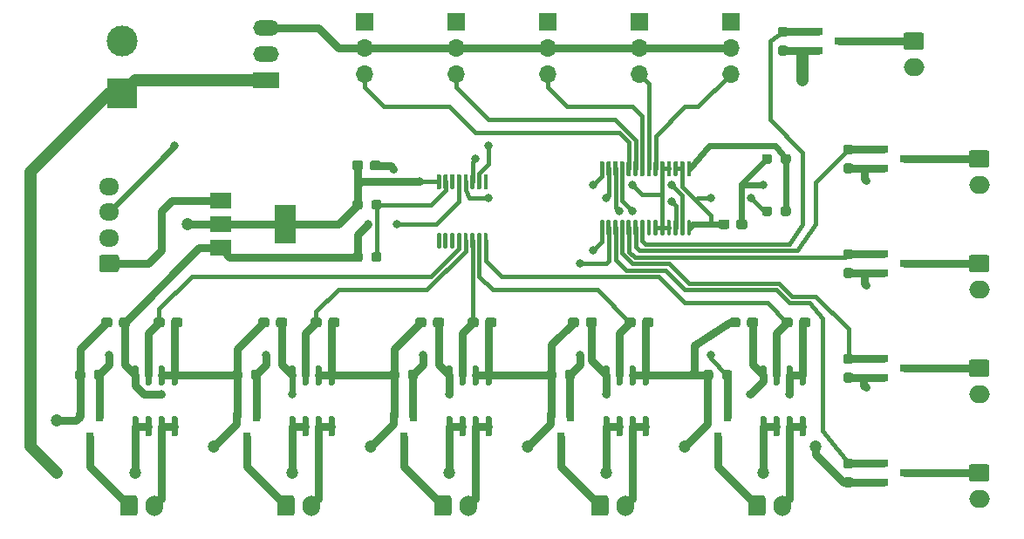
<source format=gbr>
%TF.GenerationSoftware,KiCad,Pcbnew,5.1.9*%
%TF.CreationDate,2021-03-25T13:41:33+01:00*%
%TF.ProjectId,kicad_robot_servos_ev_pompes,6b696361-645f-4726-9f62-6f745f736572,rev?*%
%TF.SameCoordinates,Original*%
%TF.FileFunction,Copper,L1,Top*%
%TF.FilePolarity,Positive*%
%FSLAX46Y46*%
G04 Gerber Fmt 4.6, Leading zero omitted, Abs format (unit mm)*
G04 Created by KiCad (PCBNEW 5.1.9) date 2021-03-25 13:41:33*
%MOMM*%
%LPD*%
G01*
G04 APERTURE LIST*
%TA.AperFunction,ComponentPad*%
%ADD10O,1.700000X1.700000*%
%TD*%
%TA.AperFunction,ComponentPad*%
%ADD11R,1.700000X1.700000*%
%TD*%
%TA.AperFunction,ComponentPad*%
%ADD12O,1.950000X1.700000*%
%TD*%
%TA.AperFunction,ComponentPad*%
%ADD13R,3.000000X3.000000*%
%TD*%
%TA.AperFunction,ComponentPad*%
%ADD14C,3.000000*%
%TD*%
%TA.AperFunction,ComponentPad*%
%ADD15O,1.700000X2.000000*%
%TD*%
%TA.AperFunction,ComponentPad*%
%ADD16O,2.000000X1.700000*%
%TD*%
%TA.AperFunction,SMDPad,CuDef*%
%ADD17R,0.800000X0.900000*%
%TD*%
%TA.AperFunction,SMDPad,CuDef*%
%ADD18R,0.900000X0.800000*%
%TD*%
%TA.AperFunction,ComponentPad*%
%ADD19R,2.500000X1.500000*%
%TD*%
%TA.AperFunction,ComponentPad*%
%ADD20O,2.500000X1.500000*%
%TD*%
%TA.AperFunction,SMDPad,CuDef*%
%ADD21R,2.000000X3.800000*%
%TD*%
%TA.AperFunction,SMDPad,CuDef*%
%ADD22R,2.000000X1.500000*%
%TD*%
%TA.AperFunction,ViaPad*%
%ADD23C,0.800000*%
%TD*%
%TA.AperFunction,ViaPad*%
%ADD24C,1.200000*%
%TD*%
%TA.AperFunction,Conductor*%
%ADD25C,0.800000*%
%TD*%
%TA.AperFunction,Conductor*%
%ADD26C,0.600000*%
%TD*%
%TA.AperFunction,Conductor*%
%ADD27C,0.400000*%
%TD*%
%TA.AperFunction,Conductor*%
%ADD28C,1.200000*%
%TD*%
G04 APERTURE END LIST*
D10*
%TO.P,J10,3*%
%TO.N,/SERVO_3*%
X65405000Y-22225000D03*
%TO.P,J10,2*%
%TO.N,+5V*%
X65405000Y-19685000D03*
D11*
%TO.P,J10,1*%
%TO.N,GND*%
X65405000Y-17145000D03*
%TD*%
%TO.P,U4,1*%
%TO.N,Net-(R1-Pad2)*%
%TA.AperFunction,SMDPad,CuDef*%
G36*
G01*
X79055000Y-30690000D02*
X79255000Y-30690000D01*
G75*
G02*
X79355000Y-30790000I0J-100000D01*
G01*
X79355000Y-32065000D01*
G75*
G02*
X79255000Y-32165000I-100000J0D01*
G01*
X79055000Y-32165000D01*
G75*
G02*
X78955000Y-32065000I0J100000D01*
G01*
X78955000Y-30790000D01*
G75*
G02*
X79055000Y-30690000I100000J0D01*
G01*
G37*
%TD.AperFunction*%
%TO.P,U4,2*%
%TO.N,+3V3*%
%TA.AperFunction,SMDPad,CuDef*%
G36*
G01*
X78405000Y-30690000D02*
X78605000Y-30690000D01*
G75*
G02*
X78705000Y-30790000I0J-100000D01*
G01*
X78705000Y-32065000D01*
G75*
G02*
X78605000Y-32165000I-100000J0D01*
G01*
X78405000Y-32165000D01*
G75*
G02*
X78305000Y-32065000I0J100000D01*
G01*
X78305000Y-30790000D01*
G75*
G02*
X78405000Y-30690000I100000J0D01*
G01*
G37*
%TD.AperFunction*%
%TO.P,U4,3*%
%TA.AperFunction,SMDPad,CuDef*%
G36*
G01*
X77755000Y-30690000D02*
X77955000Y-30690000D01*
G75*
G02*
X78055000Y-30790000I0J-100000D01*
G01*
X78055000Y-32065000D01*
G75*
G02*
X77955000Y-32165000I-100000J0D01*
G01*
X77755000Y-32165000D01*
G75*
G02*
X77655000Y-32065000I0J100000D01*
G01*
X77655000Y-30790000D01*
G75*
G02*
X77755000Y-30690000I100000J0D01*
G01*
G37*
%TD.AperFunction*%
%TO.P,U4,4*%
%TO.N,GND*%
%TA.AperFunction,SMDPad,CuDef*%
G36*
G01*
X77105000Y-30690000D02*
X77305000Y-30690000D01*
G75*
G02*
X77405000Y-30790000I0J-100000D01*
G01*
X77405000Y-32065000D01*
G75*
G02*
X77305000Y-32165000I-100000J0D01*
G01*
X77105000Y-32165000D01*
G75*
G02*
X77005000Y-32065000I0J100000D01*
G01*
X77005000Y-30790000D01*
G75*
G02*
X77105000Y-30690000I100000J0D01*
G01*
G37*
%TD.AperFunction*%
%TO.P,U4,5*%
%TA.AperFunction,SMDPad,CuDef*%
G36*
G01*
X76455000Y-30690000D02*
X76655000Y-30690000D01*
G75*
G02*
X76755000Y-30790000I0J-100000D01*
G01*
X76755000Y-32065000D01*
G75*
G02*
X76655000Y-32165000I-100000J0D01*
G01*
X76455000Y-32165000D01*
G75*
G02*
X76355000Y-32065000I0J100000D01*
G01*
X76355000Y-30790000D01*
G75*
G02*
X76455000Y-30690000I100000J0D01*
G01*
G37*
%TD.AperFunction*%
%TO.P,U4,6*%
%TO.N,/SERVO_1*%
%TA.AperFunction,SMDPad,CuDef*%
G36*
G01*
X75805000Y-30690000D02*
X76005000Y-30690000D01*
G75*
G02*
X76105000Y-30790000I0J-100000D01*
G01*
X76105000Y-32065000D01*
G75*
G02*
X76005000Y-32165000I-100000J0D01*
G01*
X75805000Y-32165000D01*
G75*
G02*
X75705000Y-32065000I0J100000D01*
G01*
X75705000Y-30790000D01*
G75*
G02*
X75805000Y-30690000I100000J0D01*
G01*
G37*
%TD.AperFunction*%
%TO.P,U4,7*%
%TO.N,/SERVO_2*%
%TA.AperFunction,SMDPad,CuDef*%
G36*
G01*
X75155000Y-30690000D02*
X75355000Y-30690000D01*
G75*
G02*
X75455000Y-30790000I0J-100000D01*
G01*
X75455000Y-32065000D01*
G75*
G02*
X75355000Y-32165000I-100000J0D01*
G01*
X75155000Y-32165000D01*
G75*
G02*
X75055000Y-32065000I0J100000D01*
G01*
X75055000Y-30790000D01*
G75*
G02*
X75155000Y-30690000I100000J0D01*
G01*
G37*
%TD.AperFunction*%
%TO.P,U4,8*%
%TO.N,/SERVO_3*%
%TA.AperFunction,SMDPad,CuDef*%
G36*
G01*
X74505000Y-30690000D02*
X74705000Y-30690000D01*
G75*
G02*
X74805000Y-30790000I0J-100000D01*
G01*
X74805000Y-32065000D01*
G75*
G02*
X74705000Y-32165000I-100000J0D01*
G01*
X74505000Y-32165000D01*
G75*
G02*
X74405000Y-32065000I0J100000D01*
G01*
X74405000Y-30790000D01*
G75*
G02*
X74505000Y-30690000I100000J0D01*
G01*
G37*
%TD.AperFunction*%
%TO.P,U4,9*%
%TO.N,/SERVO_4*%
%TA.AperFunction,SMDPad,CuDef*%
G36*
G01*
X73855000Y-30690000D02*
X74055000Y-30690000D01*
G75*
G02*
X74155000Y-30790000I0J-100000D01*
G01*
X74155000Y-32065000D01*
G75*
G02*
X74055000Y-32165000I-100000J0D01*
G01*
X73855000Y-32165000D01*
G75*
G02*
X73755000Y-32065000I0J100000D01*
G01*
X73755000Y-30790000D01*
G75*
G02*
X73855000Y-30690000I100000J0D01*
G01*
G37*
%TD.AperFunction*%
%TO.P,U4,10*%
%TO.N,/SERVO_5*%
%TA.AperFunction,SMDPad,CuDef*%
G36*
G01*
X73205000Y-30690000D02*
X73405000Y-30690000D01*
G75*
G02*
X73505000Y-30790000I0J-100000D01*
G01*
X73505000Y-32065000D01*
G75*
G02*
X73405000Y-32165000I-100000J0D01*
G01*
X73205000Y-32165000D01*
G75*
G02*
X73105000Y-32065000I0J100000D01*
G01*
X73105000Y-30790000D01*
G75*
G02*
X73205000Y-30690000I100000J0D01*
G01*
G37*
%TD.AperFunction*%
%TO.P,U4,11*%
%TO.N,/POMPE_1*%
%TA.AperFunction,SMDPad,CuDef*%
G36*
G01*
X72555000Y-30690000D02*
X72755000Y-30690000D01*
G75*
G02*
X72855000Y-30790000I0J-100000D01*
G01*
X72855000Y-32065000D01*
G75*
G02*
X72755000Y-32165000I-100000J0D01*
G01*
X72555000Y-32165000D01*
G75*
G02*
X72455000Y-32065000I0J100000D01*
G01*
X72455000Y-30790000D01*
G75*
G02*
X72555000Y-30690000I100000J0D01*
G01*
G37*
%TD.AperFunction*%
%TO.P,U4,12*%
%TO.N,/POMPE_2*%
%TA.AperFunction,SMDPad,CuDef*%
G36*
G01*
X71905000Y-30690000D02*
X72105000Y-30690000D01*
G75*
G02*
X72205000Y-30790000I0J-100000D01*
G01*
X72205000Y-32065000D01*
G75*
G02*
X72105000Y-32165000I-100000J0D01*
G01*
X71905000Y-32165000D01*
G75*
G02*
X71805000Y-32065000I0J100000D01*
G01*
X71805000Y-30790000D01*
G75*
G02*
X71905000Y-30690000I100000J0D01*
G01*
G37*
%TD.AperFunction*%
%TO.P,U4,13*%
%TO.N,/POMPE_3*%
%TA.AperFunction,SMDPad,CuDef*%
G36*
G01*
X71255000Y-30690000D02*
X71455000Y-30690000D01*
G75*
G02*
X71555000Y-30790000I0J-100000D01*
G01*
X71555000Y-32065000D01*
G75*
G02*
X71455000Y-32165000I-100000J0D01*
G01*
X71255000Y-32165000D01*
G75*
G02*
X71155000Y-32065000I0J100000D01*
G01*
X71155000Y-30790000D01*
G75*
G02*
X71255000Y-30690000I100000J0D01*
G01*
G37*
%TD.AperFunction*%
%TO.P,U4,14*%
%TO.N,GND*%
%TA.AperFunction,SMDPad,CuDef*%
G36*
G01*
X70605000Y-30690000D02*
X70805000Y-30690000D01*
G75*
G02*
X70905000Y-30790000I0J-100000D01*
G01*
X70905000Y-32065000D01*
G75*
G02*
X70805000Y-32165000I-100000J0D01*
G01*
X70605000Y-32165000D01*
G75*
G02*
X70505000Y-32065000I0J100000D01*
G01*
X70505000Y-30790000D01*
G75*
G02*
X70605000Y-30690000I100000J0D01*
G01*
G37*
%TD.AperFunction*%
%TO.P,U4,15*%
%TO.N,/POMPE_4*%
%TA.AperFunction,SMDPad,CuDef*%
G36*
G01*
X70605000Y-36415000D02*
X70805000Y-36415000D01*
G75*
G02*
X70905000Y-36515000I0J-100000D01*
G01*
X70905000Y-37790000D01*
G75*
G02*
X70805000Y-37890000I-100000J0D01*
G01*
X70605000Y-37890000D01*
G75*
G02*
X70505000Y-37790000I0J100000D01*
G01*
X70505000Y-36515000D01*
G75*
G02*
X70605000Y-36415000I100000J0D01*
G01*
G37*
%TD.AperFunction*%
%TO.P,U4,16*%
%TO.N,/POMPE_5*%
%TA.AperFunction,SMDPad,CuDef*%
G36*
G01*
X71255000Y-36415000D02*
X71455000Y-36415000D01*
G75*
G02*
X71555000Y-36515000I0J-100000D01*
G01*
X71555000Y-37790000D01*
G75*
G02*
X71455000Y-37890000I-100000J0D01*
G01*
X71255000Y-37890000D01*
G75*
G02*
X71155000Y-37790000I0J100000D01*
G01*
X71155000Y-36515000D01*
G75*
G02*
X71255000Y-36415000I100000J0D01*
G01*
G37*
%TD.AperFunction*%
%TO.P,U4,17*%
%TO.N,/EV_1*%
%TA.AperFunction,SMDPad,CuDef*%
G36*
G01*
X71905000Y-36415000D02*
X72105000Y-36415000D01*
G75*
G02*
X72205000Y-36515000I0J-100000D01*
G01*
X72205000Y-37790000D01*
G75*
G02*
X72105000Y-37890000I-100000J0D01*
G01*
X71905000Y-37890000D01*
G75*
G02*
X71805000Y-37790000I0J100000D01*
G01*
X71805000Y-36515000D01*
G75*
G02*
X71905000Y-36415000I100000J0D01*
G01*
G37*
%TD.AperFunction*%
%TO.P,U4,18*%
%TO.N,/EV_2*%
%TA.AperFunction,SMDPad,CuDef*%
G36*
G01*
X72555000Y-36415000D02*
X72755000Y-36415000D01*
G75*
G02*
X72855000Y-36515000I0J-100000D01*
G01*
X72855000Y-37790000D01*
G75*
G02*
X72755000Y-37890000I-100000J0D01*
G01*
X72555000Y-37890000D01*
G75*
G02*
X72455000Y-37790000I0J100000D01*
G01*
X72455000Y-36515000D01*
G75*
G02*
X72555000Y-36415000I100000J0D01*
G01*
G37*
%TD.AperFunction*%
%TO.P,U4,19*%
%TO.N,/EV_3*%
%TA.AperFunction,SMDPad,CuDef*%
G36*
G01*
X73205000Y-36415000D02*
X73405000Y-36415000D01*
G75*
G02*
X73505000Y-36515000I0J-100000D01*
G01*
X73505000Y-37790000D01*
G75*
G02*
X73405000Y-37890000I-100000J0D01*
G01*
X73205000Y-37890000D01*
G75*
G02*
X73105000Y-37790000I0J100000D01*
G01*
X73105000Y-36515000D01*
G75*
G02*
X73205000Y-36415000I100000J0D01*
G01*
G37*
%TD.AperFunction*%
%TO.P,U4,20*%
%TO.N,/EV_4*%
%TA.AperFunction,SMDPad,CuDef*%
G36*
G01*
X73855000Y-36415000D02*
X74055000Y-36415000D01*
G75*
G02*
X74155000Y-36515000I0J-100000D01*
G01*
X74155000Y-37790000D01*
G75*
G02*
X74055000Y-37890000I-100000J0D01*
G01*
X73855000Y-37890000D01*
G75*
G02*
X73755000Y-37790000I0J100000D01*
G01*
X73755000Y-36515000D01*
G75*
G02*
X73855000Y-36415000I100000J0D01*
G01*
G37*
%TD.AperFunction*%
%TO.P,U4,21*%
%TO.N,/EV_5*%
%TA.AperFunction,SMDPad,CuDef*%
G36*
G01*
X74505000Y-36415000D02*
X74705000Y-36415000D01*
G75*
G02*
X74805000Y-36515000I0J-100000D01*
G01*
X74805000Y-37790000D01*
G75*
G02*
X74705000Y-37890000I-100000J0D01*
G01*
X74505000Y-37890000D01*
G75*
G02*
X74405000Y-37790000I0J100000D01*
G01*
X74405000Y-36515000D01*
G75*
G02*
X74505000Y-36415000I100000J0D01*
G01*
G37*
%TD.AperFunction*%
%TO.P,U4,22*%
%TO.N,Net-(U4-Pad22)*%
%TA.AperFunction,SMDPad,CuDef*%
G36*
G01*
X75155000Y-36415000D02*
X75355000Y-36415000D01*
G75*
G02*
X75455000Y-36515000I0J-100000D01*
G01*
X75455000Y-37790000D01*
G75*
G02*
X75355000Y-37890000I-100000J0D01*
G01*
X75155000Y-37890000D01*
G75*
G02*
X75055000Y-37790000I0J100000D01*
G01*
X75055000Y-36515000D01*
G75*
G02*
X75155000Y-36415000I100000J0D01*
G01*
G37*
%TD.AperFunction*%
%TO.P,U4,23*%
%TO.N,GND*%
%TA.AperFunction,SMDPad,CuDef*%
G36*
G01*
X75805000Y-36415000D02*
X76005000Y-36415000D01*
G75*
G02*
X76105000Y-36515000I0J-100000D01*
G01*
X76105000Y-37790000D01*
G75*
G02*
X76005000Y-37890000I-100000J0D01*
G01*
X75805000Y-37890000D01*
G75*
G02*
X75705000Y-37790000I0J100000D01*
G01*
X75705000Y-36515000D01*
G75*
G02*
X75805000Y-36415000I100000J0D01*
G01*
G37*
%TD.AperFunction*%
%TO.P,U4,24*%
%TA.AperFunction,SMDPad,CuDef*%
G36*
G01*
X76455000Y-36415000D02*
X76655000Y-36415000D01*
G75*
G02*
X76755000Y-36515000I0J-100000D01*
G01*
X76755000Y-37790000D01*
G75*
G02*
X76655000Y-37890000I-100000J0D01*
G01*
X76455000Y-37890000D01*
G75*
G02*
X76355000Y-37790000I0J100000D01*
G01*
X76355000Y-36515000D01*
G75*
G02*
X76455000Y-36415000I100000J0D01*
G01*
G37*
%TD.AperFunction*%
%TO.P,U4,25*%
%TA.AperFunction,SMDPad,CuDef*%
G36*
G01*
X77105000Y-36415000D02*
X77305000Y-36415000D01*
G75*
G02*
X77405000Y-36515000I0J-100000D01*
G01*
X77405000Y-37790000D01*
G75*
G02*
X77305000Y-37890000I-100000J0D01*
G01*
X77105000Y-37890000D01*
G75*
G02*
X77005000Y-37790000I0J100000D01*
G01*
X77005000Y-36515000D01*
G75*
G02*
X77105000Y-36415000I100000J0D01*
G01*
G37*
%TD.AperFunction*%
%TO.P,U4,26*%
%TO.N,/EXT_SCL*%
%TA.AperFunction,SMDPad,CuDef*%
G36*
G01*
X77755000Y-36415000D02*
X77955000Y-36415000D01*
G75*
G02*
X78055000Y-36515000I0J-100000D01*
G01*
X78055000Y-37790000D01*
G75*
G02*
X77955000Y-37890000I-100000J0D01*
G01*
X77755000Y-37890000D01*
G75*
G02*
X77655000Y-37790000I0J100000D01*
G01*
X77655000Y-36515000D01*
G75*
G02*
X77755000Y-36415000I100000J0D01*
G01*
G37*
%TD.AperFunction*%
%TO.P,U4,27*%
%TO.N,/EXT_SDA*%
%TA.AperFunction,SMDPad,CuDef*%
G36*
G01*
X78405000Y-36415000D02*
X78605000Y-36415000D01*
G75*
G02*
X78705000Y-36515000I0J-100000D01*
G01*
X78705000Y-37790000D01*
G75*
G02*
X78605000Y-37890000I-100000J0D01*
G01*
X78405000Y-37890000D01*
G75*
G02*
X78305000Y-37790000I0J100000D01*
G01*
X78305000Y-36515000D01*
G75*
G02*
X78405000Y-36415000I100000J0D01*
G01*
G37*
%TD.AperFunction*%
%TO.P,U4,28*%
%TO.N,+3V3*%
%TA.AperFunction,SMDPad,CuDef*%
G36*
G01*
X79055000Y-36415000D02*
X79255000Y-36415000D01*
G75*
G02*
X79355000Y-36515000I0J-100000D01*
G01*
X79355000Y-37790000D01*
G75*
G02*
X79255000Y-37890000I-100000J0D01*
G01*
X79055000Y-37890000D01*
G75*
G02*
X78955000Y-37790000I0J100000D01*
G01*
X78955000Y-36515000D01*
G75*
G02*
X79055000Y-36415000I100000J0D01*
G01*
G37*
%TD.AperFunction*%
%TD*%
%TO.P,C1,2*%
%TO.N,+3V3*%
%TA.AperFunction,SMDPad,CuDef*%
G36*
G01*
X48177500Y-31352500D02*
X48177500Y-30877500D01*
G75*
G02*
X48415000Y-30640000I237500J0D01*
G01*
X49015000Y-30640000D01*
G75*
G02*
X49252500Y-30877500I0J-237500D01*
G01*
X49252500Y-31352500D01*
G75*
G02*
X49015000Y-31590000I-237500J0D01*
G01*
X48415000Y-31590000D01*
G75*
G02*
X48177500Y-31352500I0J237500D01*
G01*
G37*
%TD.AperFunction*%
%TO.P,C1,1*%
%TO.N,GND*%
%TA.AperFunction,SMDPad,CuDef*%
G36*
G01*
X46452500Y-31352500D02*
X46452500Y-30877500D01*
G75*
G02*
X46690000Y-30640000I237500J0D01*
G01*
X47290000Y-30640000D01*
G75*
G02*
X47527500Y-30877500I0J-237500D01*
G01*
X47527500Y-31352500D01*
G75*
G02*
X47290000Y-31590000I-237500J0D01*
G01*
X46690000Y-31590000D01*
G75*
G02*
X46452500Y-31352500I0J237500D01*
G01*
G37*
%TD.AperFunction*%
%TD*%
%TO.P,C2,1*%
%TO.N,GND*%
%TA.AperFunction,SMDPad,CuDef*%
G36*
G01*
X84812500Y-36592500D02*
X84812500Y-37067500D01*
G75*
G02*
X84575000Y-37305000I-237500J0D01*
G01*
X83975000Y-37305000D01*
G75*
G02*
X83737500Y-37067500I0J237500D01*
G01*
X83737500Y-36592500D01*
G75*
G02*
X83975000Y-36355000I237500J0D01*
G01*
X84575000Y-36355000D01*
G75*
G02*
X84812500Y-36592500I0J-237500D01*
G01*
G37*
%TD.AperFunction*%
%TO.P,C2,2*%
%TO.N,+3V3*%
%TA.AperFunction,SMDPad,CuDef*%
G36*
G01*
X83087500Y-36592500D02*
X83087500Y-37067500D01*
G75*
G02*
X82850000Y-37305000I-237500J0D01*
G01*
X82250000Y-37305000D01*
G75*
G02*
X82012500Y-37067500I0J237500D01*
G01*
X82012500Y-36592500D01*
G75*
G02*
X82250000Y-36355000I237500J0D01*
G01*
X82850000Y-36355000D01*
G75*
G02*
X83087500Y-36592500I0J-237500D01*
G01*
G37*
%TD.AperFunction*%
%TD*%
%TO.P,C3,1*%
%TO.N,GND*%
%TA.AperFunction,SMDPad,CuDef*%
G36*
G01*
X83055000Y-46592500D02*
X83055000Y-46117500D01*
G75*
G02*
X83292500Y-45880000I237500J0D01*
G01*
X83892500Y-45880000D01*
G75*
G02*
X84130000Y-46117500I0J-237500D01*
G01*
X84130000Y-46592500D01*
G75*
G02*
X83892500Y-46830000I-237500J0D01*
G01*
X83292500Y-46830000D01*
G75*
G02*
X83055000Y-46592500I0J237500D01*
G01*
G37*
%TD.AperFunction*%
%TO.P,C3,2*%
%TO.N,+3V3*%
%TA.AperFunction,SMDPad,CuDef*%
G36*
G01*
X84780000Y-46592500D02*
X84780000Y-46117500D01*
G75*
G02*
X85017500Y-45880000I237500J0D01*
G01*
X85617500Y-45880000D01*
G75*
G02*
X85855000Y-46117500I0J-237500D01*
G01*
X85855000Y-46592500D01*
G75*
G02*
X85617500Y-46830000I-237500J0D01*
G01*
X85017500Y-46830000D01*
G75*
G02*
X84780000Y-46592500I0J237500D01*
G01*
G37*
%TD.AperFunction*%
%TD*%
%TO.P,C4,2*%
%TO.N,GND*%
%TA.AperFunction,SMDPad,CuDef*%
G36*
G01*
X89860000Y-46592500D02*
X89860000Y-46117500D01*
G75*
G02*
X90097500Y-45880000I237500J0D01*
G01*
X90697500Y-45880000D01*
G75*
G02*
X90935000Y-46117500I0J-237500D01*
G01*
X90935000Y-46592500D01*
G75*
G02*
X90697500Y-46830000I-237500J0D01*
G01*
X90097500Y-46830000D01*
G75*
G02*
X89860000Y-46592500I0J237500D01*
G01*
G37*
%TD.AperFunction*%
%TO.P,C4,1*%
%TO.N,/ADC_1*%
%TA.AperFunction,SMDPad,CuDef*%
G36*
G01*
X88135000Y-46592500D02*
X88135000Y-46117500D01*
G75*
G02*
X88372500Y-45880000I237500J0D01*
G01*
X88972500Y-45880000D01*
G75*
G02*
X89210000Y-46117500I0J-237500D01*
G01*
X89210000Y-46592500D01*
G75*
G02*
X88972500Y-46830000I-237500J0D01*
G01*
X88372500Y-46830000D01*
G75*
G02*
X88135000Y-46592500I0J237500D01*
G01*
G37*
%TD.AperFunction*%
%TD*%
%TO.P,C5,2*%
%TO.N,+3V3*%
%TA.AperFunction,SMDPad,CuDef*%
G36*
G01*
X23820000Y-46592500D02*
X23820000Y-46117500D01*
G75*
G02*
X24057500Y-45880000I237500J0D01*
G01*
X24657500Y-45880000D01*
G75*
G02*
X24895000Y-46117500I0J-237500D01*
G01*
X24895000Y-46592500D01*
G75*
G02*
X24657500Y-46830000I-237500J0D01*
G01*
X24057500Y-46830000D01*
G75*
G02*
X23820000Y-46592500I0J237500D01*
G01*
G37*
%TD.AperFunction*%
%TO.P,C5,1*%
%TO.N,GND*%
%TA.AperFunction,SMDPad,CuDef*%
G36*
G01*
X22095000Y-46592500D02*
X22095000Y-46117500D01*
G75*
G02*
X22332500Y-45880000I237500J0D01*
G01*
X22932500Y-45880000D01*
G75*
G02*
X23170000Y-46117500I0J-237500D01*
G01*
X23170000Y-46592500D01*
G75*
G02*
X22932500Y-46830000I-237500J0D01*
G01*
X22332500Y-46830000D01*
G75*
G02*
X22095000Y-46592500I0J237500D01*
G01*
G37*
%TD.AperFunction*%
%TD*%
%TO.P,C6,1*%
%TO.N,/ADC_5*%
%TA.AperFunction,SMDPad,CuDef*%
G36*
G01*
X27175000Y-46592500D02*
X27175000Y-46117500D01*
G75*
G02*
X27412500Y-45880000I237500J0D01*
G01*
X28012500Y-45880000D01*
G75*
G02*
X28250000Y-46117500I0J-237500D01*
G01*
X28250000Y-46592500D01*
G75*
G02*
X28012500Y-46830000I-237500J0D01*
G01*
X27412500Y-46830000D01*
G75*
G02*
X27175000Y-46592500I0J237500D01*
G01*
G37*
%TD.AperFunction*%
%TO.P,C6,2*%
%TO.N,GND*%
%TA.AperFunction,SMDPad,CuDef*%
G36*
G01*
X28900000Y-46592500D02*
X28900000Y-46117500D01*
G75*
G02*
X29137500Y-45880000I237500J0D01*
G01*
X29737500Y-45880000D01*
G75*
G02*
X29975000Y-46117500I0J-237500D01*
G01*
X29975000Y-46592500D01*
G75*
G02*
X29737500Y-46830000I-237500J0D01*
G01*
X29137500Y-46830000D01*
G75*
G02*
X28900000Y-46592500I0J237500D01*
G01*
G37*
%TD.AperFunction*%
%TD*%
%TO.P,C7,1*%
%TO.N,GND*%
%TA.AperFunction,SMDPad,CuDef*%
G36*
G01*
X67407500Y-46592500D02*
X67407500Y-46117500D01*
G75*
G02*
X67645000Y-45880000I237500J0D01*
G01*
X68245000Y-45880000D01*
G75*
G02*
X68482500Y-46117500I0J-237500D01*
G01*
X68482500Y-46592500D01*
G75*
G02*
X68245000Y-46830000I-237500J0D01*
G01*
X67645000Y-46830000D01*
G75*
G02*
X67407500Y-46592500I0J237500D01*
G01*
G37*
%TD.AperFunction*%
%TO.P,C7,2*%
%TO.N,+3V3*%
%TA.AperFunction,SMDPad,CuDef*%
G36*
G01*
X69132500Y-46592500D02*
X69132500Y-46117500D01*
G75*
G02*
X69370000Y-45880000I237500J0D01*
G01*
X69970000Y-45880000D01*
G75*
G02*
X70207500Y-46117500I0J-237500D01*
G01*
X70207500Y-46592500D01*
G75*
G02*
X69970000Y-46830000I-237500J0D01*
G01*
X69370000Y-46830000D01*
G75*
G02*
X69132500Y-46592500I0J237500D01*
G01*
G37*
%TD.AperFunction*%
%TD*%
%TO.P,C8,2*%
%TO.N,GND*%
%TA.AperFunction,SMDPad,CuDef*%
G36*
G01*
X74620000Y-46592500D02*
X74620000Y-46117500D01*
G75*
G02*
X74857500Y-45880000I237500J0D01*
G01*
X75457500Y-45880000D01*
G75*
G02*
X75695000Y-46117500I0J-237500D01*
G01*
X75695000Y-46592500D01*
G75*
G02*
X75457500Y-46830000I-237500J0D01*
G01*
X74857500Y-46830000D01*
G75*
G02*
X74620000Y-46592500I0J237500D01*
G01*
G37*
%TD.AperFunction*%
%TO.P,C8,1*%
%TO.N,/ADC_2*%
%TA.AperFunction,SMDPad,CuDef*%
G36*
G01*
X72895000Y-46592500D02*
X72895000Y-46117500D01*
G75*
G02*
X73132500Y-45880000I237500J0D01*
G01*
X73732500Y-45880000D01*
G75*
G02*
X73970000Y-46117500I0J-237500D01*
G01*
X73970000Y-46592500D01*
G75*
G02*
X73732500Y-46830000I-237500J0D01*
G01*
X73132500Y-46830000D01*
G75*
G02*
X72895000Y-46592500I0J237500D01*
G01*
G37*
%TD.AperFunction*%
%TD*%
%TO.P,C9,2*%
%TO.N,+3V3*%
%TA.AperFunction,SMDPad,CuDef*%
G36*
G01*
X54300000Y-46592500D02*
X54300000Y-46117500D01*
G75*
G02*
X54537500Y-45880000I237500J0D01*
G01*
X55137500Y-45880000D01*
G75*
G02*
X55375000Y-46117500I0J-237500D01*
G01*
X55375000Y-46592500D01*
G75*
G02*
X55137500Y-46830000I-237500J0D01*
G01*
X54537500Y-46830000D01*
G75*
G02*
X54300000Y-46592500I0J237500D01*
G01*
G37*
%TD.AperFunction*%
%TO.P,C9,1*%
%TO.N,GND*%
%TA.AperFunction,SMDPad,CuDef*%
G36*
G01*
X52575000Y-46592500D02*
X52575000Y-46117500D01*
G75*
G02*
X52812500Y-45880000I237500J0D01*
G01*
X53412500Y-45880000D01*
G75*
G02*
X53650000Y-46117500I0J-237500D01*
G01*
X53650000Y-46592500D01*
G75*
G02*
X53412500Y-46830000I-237500J0D01*
G01*
X52812500Y-46830000D01*
G75*
G02*
X52575000Y-46592500I0J237500D01*
G01*
G37*
%TD.AperFunction*%
%TD*%
%TO.P,C10,1*%
%TO.N,/ADC_3*%
%TA.AperFunction,SMDPad,CuDef*%
G36*
G01*
X57655000Y-46592500D02*
X57655000Y-46117500D01*
G75*
G02*
X57892500Y-45880000I237500J0D01*
G01*
X58492500Y-45880000D01*
G75*
G02*
X58730000Y-46117500I0J-237500D01*
G01*
X58730000Y-46592500D01*
G75*
G02*
X58492500Y-46830000I-237500J0D01*
G01*
X57892500Y-46830000D01*
G75*
G02*
X57655000Y-46592500I0J237500D01*
G01*
G37*
%TD.AperFunction*%
%TO.P,C10,2*%
%TO.N,GND*%
%TA.AperFunction,SMDPad,CuDef*%
G36*
G01*
X59380000Y-46592500D02*
X59380000Y-46117500D01*
G75*
G02*
X59617500Y-45880000I237500J0D01*
G01*
X60217500Y-45880000D01*
G75*
G02*
X60455000Y-46117500I0J-237500D01*
G01*
X60455000Y-46592500D01*
G75*
G02*
X60217500Y-46830000I-237500J0D01*
G01*
X59617500Y-46830000D01*
G75*
G02*
X59380000Y-46592500I0J237500D01*
G01*
G37*
%TD.AperFunction*%
%TD*%
%TO.P,C11,2*%
%TO.N,+3V3*%
%TA.AperFunction,SMDPad,CuDef*%
G36*
G01*
X39060000Y-46592500D02*
X39060000Y-46117500D01*
G75*
G02*
X39297500Y-45880000I237500J0D01*
G01*
X39897500Y-45880000D01*
G75*
G02*
X40135000Y-46117500I0J-237500D01*
G01*
X40135000Y-46592500D01*
G75*
G02*
X39897500Y-46830000I-237500J0D01*
G01*
X39297500Y-46830000D01*
G75*
G02*
X39060000Y-46592500I0J237500D01*
G01*
G37*
%TD.AperFunction*%
%TO.P,C11,1*%
%TO.N,GND*%
%TA.AperFunction,SMDPad,CuDef*%
G36*
G01*
X37335000Y-46592500D02*
X37335000Y-46117500D01*
G75*
G02*
X37572500Y-45880000I237500J0D01*
G01*
X38172500Y-45880000D01*
G75*
G02*
X38410000Y-46117500I0J-237500D01*
G01*
X38410000Y-46592500D01*
G75*
G02*
X38172500Y-46830000I-237500J0D01*
G01*
X37572500Y-46830000D01*
G75*
G02*
X37335000Y-46592500I0J237500D01*
G01*
G37*
%TD.AperFunction*%
%TD*%
%TO.P,C12,1*%
%TO.N,/ADC_4*%
%TA.AperFunction,SMDPad,CuDef*%
G36*
G01*
X42415000Y-46592500D02*
X42415000Y-46117500D01*
G75*
G02*
X42652500Y-45880000I237500J0D01*
G01*
X43252500Y-45880000D01*
G75*
G02*
X43490000Y-46117500I0J-237500D01*
G01*
X43490000Y-46592500D01*
G75*
G02*
X43252500Y-46830000I-237500J0D01*
G01*
X42652500Y-46830000D01*
G75*
G02*
X42415000Y-46592500I0J237500D01*
G01*
G37*
%TD.AperFunction*%
%TO.P,C12,2*%
%TO.N,GND*%
%TA.AperFunction,SMDPad,CuDef*%
G36*
G01*
X44140000Y-46592500D02*
X44140000Y-46117500D01*
G75*
G02*
X44377500Y-45880000I237500J0D01*
G01*
X44977500Y-45880000D01*
G75*
G02*
X45215000Y-46117500I0J-237500D01*
G01*
X45215000Y-46592500D01*
G75*
G02*
X44977500Y-46830000I-237500J0D01*
G01*
X44377500Y-46830000D01*
G75*
G02*
X44140000Y-46592500I0J237500D01*
G01*
G37*
%TD.AperFunction*%
%TD*%
%TO.P,J1,1*%
%TO.N,+5VA*%
%TA.AperFunction,ComponentPad*%
G36*
G01*
X23585000Y-41490000D02*
X22135000Y-41490000D01*
G75*
G02*
X21885000Y-41240000I0J250000D01*
G01*
X21885000Y-40040000D01*
G75*
G02*
X22135000Y-39790000I250000J0D01*
G01*
X23585000Y-39790000D01*
G75*
G02*
X23835000Y-40040000I0J-250000D01*
G01*
X23835000Y-41240000D01*
G75*
G02*
X23585000Y-41490000I-250000J0D01*
G01*
G37*
%TD.AperFunction*%
D12*
%TO.P,J1,2*%
%TO.N,GND*%
X22860000Y-38140000D03*
%TO.P,J1,3*%
%TO.N,/EXT_SDA*%
X22860000Y-35640000D03*
%TO.P,J1,4*%
%TO.N,/EXT_SCL*%
X22860000Y-33140000D03*
%TD*%
D13*
%TO.P,J2,1*%
%TO.N,+12V*%
X24130000Y-24130000D03*
D14*
%TO.P,J2,2*%
%TO.N,GND*%
X24130000Y-19050000D03*
%TD*%
D15*
%TO.P,J3,2*%
%TO.N,Net-(J3-Pad2)*%
X88225000Y-64135000D03*
%TO.P,J3,1*%
%TO.N,Net-(J3-Pad1)*%
%TA.AperFunction,ComponentPad*%
G36*
G01*
X84875000Y-64885000D02*
X84875000Y-63385000D01*
G75*
G02*
X85125000Y-63135000I250000J0D01*
G01*
X86325000Y-63135000D01*
G75*
G02*
X86575000Y-63385000I0J-250000D01*
G01*
X86575000Y-64885000D01*
G75*
G02*
X86325000Y-65135000I-250000J0D01*
G01*
X85125000Y-65135000D01*
G75*
G02*
X84875000Y-64885000I0J250000D01*
G01*
G37*
%TD.AperFunction*%
%TD*%
%TO.P,J4,1*%
%TO.N,Net-(J4-Pad1)*%
%TA.AperFunction,ComponentPad*%
G36*
G01*
X23915000Y-64885000D02*
X23915000Y-63385000D01*
G75*
G02*
X24165000Y-63135000I250000J0D01*
G01*
X25365000Y-63135000D01*
G75*
G02*
X25615000Y-63385000I0J-250000D01*
G01*
X25615000Y-64885000D01*
G75*
G02*
X25365000Y-65135000I-250000J0D01*
G01*
X24165000Y-65135000D01*
G75*
G02*
X23915000Y-64885000I0J250000D01*
G01*
G37*
%TD.AperFunction*%
%TO.P,J4,2*%
%TO.N,Net-(J4-Pad2)*%
X27265000Y-64135000D03*
%TD*%
%TO.P,J5,1*%
%TO.N,Net-(J5-Pad1)*%
%TA.AperFunction,ComponentPad*%
G36*
G01*
X69635000Y-64885000D02*
X69635000Y-63385000D01*
G75*
G02*
X69885000Y-63135000I250000J0D01*
G01*
X71085000Y-63135000D01*
G75*
G02*
X71335000Y-63385000I0J-250000D01*
G01*
X71335000Y-64885000D01*
G75*
G02*
X71085000Y-65135000I-250000J0D01*
G01*
X69885000Y-65135000D01*
G75*
G02*
X69635000Y-64885000I0J250000D01*
G01*
G37*
%TD.AperFunction*%
%TO.P,J5,2*%
%TO.N,Net-(J5-Pad2)*%
X72985000Y-64135000D03*
%TD*%
%TO.P,J6,1*%
%TO.N,Net-(J6-Pad1)*%
%TA.AperFunction,ComponentPad*%
G36*
G01*
X54395000Y-64885000D02*
X54395000Y-63385000D01*
G75*
G02*
X54645000Y-63135000I250000J0D01*
G01*
X55845000Y-63135000D01*
G75*
G02*
X56095000Y-63385000I0J-250000D01*
G01*
X56095000Y-64885000D01*
G75*
G02*
X55845000Y-65135000I-250000J0D01*
G01*
X54645000Y-65135000D01*
G75*
G02*
X54395000Y-64885000I0J250000D01*
G01*
G37*
%TD.AperFunction*%
%TO.P,J6,2*%
%TO.N,Net-(J6-Pad2)*%
X57745000Y-64135000D03*
%TD*%
%TO.P,J7,2*%
%TO.N,Net-(J7-Pad2)*%
X42505000Y-64135000D03*
%TO.P,J7,1*%
%TO.N,Net-(J7-Pad1)*%
%TA.AperFunction,ComponentPad*%
G36*
G01*
X39155000Y-64885000D02*
X39155000Y-63385000D01*
G75*
G02*
X39405000Y-63135000I250000J0D01*
G01*
X40605000Y-63135000D01*
G75*
G02*
X40855000Y-63385000I0J-250000D01*
G01*
X40855000Y-64885000D01*
G75*
G02*
X40605000Y-65135000I-250000J0D01*
G01*
X39405000Y-65135000D01*
G75*
G02*
X39155000Y-64885000I0J250000D01*
G01*
G37*
%TD.AperFunction*%
%TD*%
D10*
%TO.P,J8,3*%
%TO.N,/SERVO_1*%
X83185000Y-22225000D03*
%TO.P,J8,2*%
%TO.N,+5V*%
X83185000Y-19685000D03*
D11*
%TO.P,J8,1*%
%TO.N,GND*%
X83185000Y-17145000D03*
%TD*%
%TO.P,J9,1*%
%TO.N,GND*%
X74295000Y-17145000D03*
D10*
%TO.P,J9,2*%
%TO.N,+5V*%
X74295000Y-19685000D03*
%TO.P,J9,3*%
%TO.N,/SERVO_2*%
X74295000Y-22225000D03*
%TD*%
D11*
%TO.P,J11,1*%
%TO.N,GND*%
X56515000Y-17145000D03*
D10*
%TO.P,J11,2*%
%TO.N,+5V*%
X56515000Y-19685000D03*
%TO.P,J11,3*%
%TO.N,/SERVO_4*%
X56515000Y-22225000D03*
%TD*%
D11*
%TO.P,J12,1*%
%TO.N,GND*%
X47625000Y-17145000D03*
D10*
%TO.P,J12,2*%
%TO.N,+5V*%
X47625000Y-19685000D03*
%TO.P,J12,3*%
%TO.N,/SERVO_5*%
X47625000Y-22225000D03*
%TD*%
D16*
%TO.P,J13,2*%
%TO.N,+12V*%
X107315000Y-63460000D03*
%TO.P,J13,1*%
%TO.N,Net-(J13-Pad1)*%
%TA.AperFunction,ComponentPad*%
G36*
G01*
X106565000Y-60110000D02*
X108065000Y-60110000D01*
G75*
G02*
X108315000Y-60360000I0J-250000D01*
G01*
X108315000Y-61560000D01*
G75*
G02*
X108065000Y-61810000I-250000J0D01*
G01*
X106565000Y-61810000D01*
G75*
G02*
X106315000Y-61560000I0J250000D01*
G01*
X106315000Y-60360000D01*
G75*
G02*
X106565000Y-60110000I250000J0D01*
G01*
G37*
%TD.AperFunction*%
%TD*%
%TO.P,J14,1*%
%TO.N,Net-(J14-Pad1)*%
%TA.AperFunction,ComponentPad*%
G36*
G01*
X106565000Y-49950000D02*
X108065000Y-49950000D01*
G75*
G02*
X108315000Y-50200000I0J-250000D01*
G01*
X108315000Y-51400000D01*
G75*
G02*
X108065000Y-51650000I-250000J0D01*
G01*
X106565000Y-51650000D01*
G75*
G02*
X106315000Y-51400000I0J250000D01*
G01*
X106315000Y-50200000D01*
G75*
G02*
X106565000Y-49950000I250000J0D01*
G01*
G37*
%TD.AperFunction*%
%TO.P,J14,2*%
%TO.N,+12V*%
X107315000Y-53300000D03*
%TD*%
%TO.P,J15,2*%
%TO.N,+12V*%
X107315000Y-43140000D03*
%TO.P,J15,1*%
%TO.N,Net-(J15-Pad1)*%
%TA.AperFunction,ComponentPad*%
G36*
G01*
X106565000Y-39790000D02*
X108065000Y-39790000D01*
G75*
G02*
X108315000Y-40040000I0J-250000D01*
G01*
X108315000Y-41240000D01*
G75*
G02*
X108065000Y-41490000I-250000J0D01*
G01*
X106565000Y-41490000D01*
G75*
G02*
X106315000Y-41240000I0J250000D01*
G01*
X106315000Y-40040000D01*
G75*
G02*
X106565000Y-39790000I250000J0D01*
G01*
G37*
%TD.AperFunction*%
%TD*%
%TO.P,J16,1*%
%TO.N,Net-(J16-Pad1)*%
%TA.AperFunction,ComponentPad*%
G36*
G01*
X106565000Y-29630000D02*
X108065000Y-29630000D01*
G75*
G02*
X108315000Y-29880000I0J-250000D01*
G01*
X108315000Y-31080000D01*
G75*
G02*
X108065000Y-31330000I-250000J0D01*
G01*
X106565000Y-31330000D01*
G75*
G02*
X106315000Y-31080000I0J250000D01*
G01*
X106315000Y-29880000D01*
G75*
G02*
X106565000Y-29630000I250000J0D01*
G01*
G37*
%TD.AperFunction*%
%TO.P,J16,2*%
%TO.N,+12V*%
X107315000Y-32980000D03*
%TD*%
%TO.P,J17,2*%
%TO.N,+12V*%
X100965000Y-21550000D03*
%TO.P,J17,1*%
%TO.N,Net-(J17-Pad1)*%
%TA.AperFunction,ComponentPad*%
G36*
G01*
X100215000Y-18200000D02*
X101715000Y-18200000D01*
G75*
G02*
X101965000Y-18450000I0J-250000D01*
G01*
X101965000Y-19650000D01*
G75*
G02*
X101715000Y-19900000I-250000J0D01*
G01*
X100215000Y-19900000D01*
G75*
G02*
X99965000Y-19650000I0J250000D01*
G01*
X99965000Y-18450000D01*
G75*
G02*
X100215000Y-18200000I250000J0D01*
G01*
G37*
%TD.AperFunction*%
%TD*%
D17*
%TO.P,Q1,1*%
%TO.N,/POMPE_1*%
X82865000Y-55515000D03*
%TO.P,Q1,2*%
%TO.N,GND*%
X80965000Y-55515000D03*
%TO.P,Q1,3*%
%TO.N,Net-(J3-Pad1)*%
X81915000Y-57515000D03*
%TD*%
%TO.P,Q2,1*%
%TO.N,/POMPE_5*%
X21905000Y-55515000D03*
%TO.P,Q2,2*%
%TO.N,GND*%
X20005000Y-55515000D03*
%TO.P,Q2,3*%
%TO.N,Net-(J4-Pad1)*%
X20955000Y-57515000D03*
%TD*%
%TO.P,Q3,3*%
%TO.N,Net-(J5-Pad1)*%
X66675000Y-57515000D03*
%TO.P,Q3,2*%
%TO.N,GND*%
X65725000Y-55515000D03*
%TO.P,Q3,1*%
%TO.N,/POMPE_2*%
X67625000Y-55515000D03*
%TD*%
%TO.P,Q4,3*%
%TO.N,Net-(J6-Pad1)*%
X51435000Y-57515000D03*
%TO.P,Q4,2*%
%TO.N,GND*%
X50485000Y-55515000D03*
%TO.P,Q4,1*%
%TO.N,/POMPE_3*%
X52385000Y-55515000D03*
%TD*%
%TO.P,Q5,3*%
%TO.N,Net-(J7-Pad1)*%
X36195000Y-57515000D03*
%TO.P,Q5,2*%
%TO.N,GND*%
X35245000Y-55515000D03*
%TO.P,Q5,1*%
%TO.N,/POMPE_4*%
X37145000Y-55515000D03*
%TD*%
D18*
%TO.P,Q6,3*%
%TO.N,Net-(J13-Pad1)*%
X100060000Y-60960000D03*
%TO.P,Q6,2*%
%TO.N,GND*%
X98060000Y-61910000D03*
%TO.P,Q6,1*%
%TO.N,/EV_1*%
X98060000Y-60010000D03*
%TD*%
%TO.P,Q7,1*%
%TO.N,/EV_2*%
X98060000Y-49850000D03*
%TO.P,Q7,2*%
%TO.N,GND*%
X98060000Y-51750000D03*
%TO.P,Q7,3*%
%TO.N,Net-(J14-Pad1)*%
X100060000Y-50800000D03*
%TD*%
%TO.P,Q8,3*%
%TO.N,Net-(J15-Pad1)*%
X100060000Y-40640000D03*
%TO.P,Q8,2*%
%TO.N,GND*%
X98060000Y-41590000D03*
%TO.P,Q8,1*%
%TO.N,/EV_3*%
X98060000Y-39690000D03*
%TD*%
%TO.P,Q9,1*%
%TO.N,/EV_4*%
X98060000Y-29530000D03*
%TO.P,Q9,2*%
%TO.N,GND*%
X98060000Y-31430000D03*
%TO.P,Q9,3*%
%TO.N,Net-(J16-Pad1)*%
X100060000Y-30480000D03*
%TD*%
%TO.P,Q10,1*%
%TO.N,/EV_5*%
X91710000Y-18100000D03*
%TO.P,Q10,2*%
%TO.N,GND*%
X91710000Y-20000000D03*
%TO.P,Q10,3*%
%TO.N,Net-(J17-Pad1)*%
X93710000Y-19050000D03*
%TD*%
%TO.P,R1,2*%
%TO.N,Net-(R1-Pad2)*%
%TA.AperFunction,SMDPad,CuDef*%
G36*
G01*
X88055000Y-35797500D02*
X88055000Y-35322500D01*
G75*
G02*
X88292500Y-35085000I237500J0D01*
G01*
X88792500Y-35085000D01*
G75*
G02*
X89030000Y-35322500I0J-237500D01*
G01*
X89030000Y-35797500D01*
G75*
G02*
X88792500Y-36035000I-237500J0D01*
G01*
X88292500Y-36035000D01*
G75*
G02*
X88055000Y-35797500I0J237500D01*
G01*
G37*
%TD.AperFunction*%
%TO.P,R1,1*%
%TO.N,+3V3*%
%TA.AperFunction,SMDPad,CuDef*%
G36*
G01*
X86230000Y-35797500D02*
X86230000Y-35322500D01*
G75*
G02*
X86467500Y-35085000I237500J0D01*
G01*
X86967500Y-35085000D01*
G75*
G02*
X87205000Y-35322500I0J-237500D01*
G01*
X87205000Y-35797500D01*
G75*
G02*
X86967500Y-36035000I-237500J0D01*
G01*
X86467500Y-36035000D01*
G75*
G02*
X86230000Y-35797500I0J237500D01*
G01*
G37*
%TD.AperFunction*%
%TD*%
%TO.P,R2,1*%
%TO.N,GND*%
%TA.AperFunction,SMDPad,CuDef*%
G36*
G01*
X86230000Y-30717500D02*
X86230000Y-30242500D01*
G75*
G02*
X86467500Y-30005000I237500J0D01*
G01*
X86967500Y-30005000D01*
G75*
G02*
X87205000Y-30242500I0J-237500D01*
G01*
X87205000Y-30717500D01*
G75*
G02*
X86967500Y-30955000I-237500J0D01*
G01*
X86467500Y-30955000D01*
G75*
G02*
X86230000Y-30717500I0J237500D01*
G01*
G37*
%TD.AperFunction*%
%TO.P,R2,2*%
%TO.N,Net-(R1-Pad2)*%
%TA.AperFunction,SMDPad,CuDef*%
G36*
G01*
X88055000Y-30717500D02*
X88055000Y-30242500D01*
G75*
G02*
X88292500Y-30005000I237500J0D01*
G01*
X88792500Y-30005000D01*
G75*
G02*
X89030000Y-30242500I0J-237500D01*
G01*
X89030000Y-30717500D01*
G75*
G02*
X88792500Y-30955000I-237500J0D01*
G01*
X88292500Y-30955000D01*
G75*
G02*
X88055000Y-30717500I0J237500D01*
G01*
G37*
%TD.AperFunction*%
%TD*%
%TO.P,R3,2*%
%TO.N,Net-(R3-Pad2)*%
%TA.AperFunction,SMDPad,CuDef*%
G36*
G01*
X48327500Y-35162500D02*
X48327500Y-34687500D01*
G75*
G02*
X48565000Y-34450000I237500J0D01*
G01*
X49065000Y-34450000D01*
G75*
G02*
X49302500Y-34687500I0J-237500D01*
G01*
X49302500Y-35162500D01*
G75*
G02*
X49065000Y-35400000I-237500J0D01*
G01*
X48565000Y-35400000D01*
G75*
G02*
X48327500Y-35162500I0J237500D01*
G01*
G37*
%TD.AperFunction*%
%TO.P,R3,1*%
%TO.N,GND*%
%TA.AperFunction,SMDPad,CuDef*%
G36*
G01*
X46502500Y-35162500D02*
X46502500Y-34687500D01*
G75*
G02*
X46740000Y-34450000I237500J0D01*
G01*
X47240000Y-34450000D01*
G75*
G02*
X47477500Y-34687500I0J-237500D01*
G01*
X47477500Y-35162500D01*
G75*
G02*
X47240000Y-35400000I-237500J0D01*
G01*
X46740000Y-35400000D01*
G75*
G02*
X46502500Y-35162500I0J237500D01*
G01*
G37*
%TD.AperFunction*%
%TD*%
%TO.P,R4,1*%
%TO.N,+3V3*%
%TA.AperFunction,SMDPad,CuDef*%
G36*
G01*
X46502500Y-40242500D02*
X46502500Y-39767500D01*
G75*
G02*
X46740000Y-39530000I237500J0D01*
G01*
X47240000Y-39530000D01*
G75*
G02*
X47477500Y-39767500I0J-237500D01*
G01*
X47477500Y-40242500D01*
G75*
G02*
X47240000Y-40480000I-237500J0D01*
G01*
X46740000Y-40480000D01*
G75*
G02*
X46502500Y-40242500I0J237500D01*
G01*
G37*
%TD.AperFunction*%
%TO.P,R4,2*%
%TO.N,Net-(R3-Pad2)*%
%TA.AperFunction,SMDPad,CuDef*%
G36*
G01*
X48327500Y-40242500D02*
X48327500Y-39767500D01*
G75*
G02*
X48565000Y-39530000I237500J0D01*
G01*
X49065000Y-39530000D01*
G75*
G02*
X49302500Y-39767500I0J-237500D01*
G01*
X49302500Y-40242500D01*
G75*
G02*
X49065000Y-40480000I-237500J0D01*
G01*
X48565000Y-40480000D01*
G75*
G02*
X48327500Y-40242500I0J237500D01*
G01*
G37*
%TD.AperFunction*%
%TD*%
%TO.P,R5,2*%
%TO.N,GND*%
%TA.AperFunction,SMDPad,CuDef*%
G36*
G01*
X81490000Y-51197500D02*
X81490000Y-51672500D01*
G75*
G02*
X81252500Y-51910000I-237500J0D01*
G01*
X80752500Y-51910000D01*
G75*
G02*
X80515000Y-51672500I0J237500D01*
G01*
X80515000Y-51197500D01*
G75*
G02*
X80752500Y-50960000I237500J0D01*
G01*
X81252500Y-50960000D01*
G75*
G02*
X81490000Y-51197500I0J-237500D01*
G01*
G37*
%TD.AperFunction*%
%TO.P,R5,1*%
%TO.N,/POMPE_1*%
%TA.AperFunction,SMDPad,CuDef*%
G36*
G01*
X83315000Y-51197500D02*
X83315000Y-51672500D01*
G75*
G02*
X83077500Y-51910000I-237500J0D01*
G01*
X82577500Y-51910000D01*
G75*
G02*
X82340000Y-51672500I0J237500D01*
G01*
X82340000Y-51197500D01*
G75*
G02*
X82577500Y-50960000I237500J0D01*
G01*
X83077500Y-50960000D01*
G75*
G02*
X83315000Y-51197500I0J-237500D01*
G01*
G37*
%TD.AperFunction*%
%TD*%
%TO.P,R6,1*%
%TO.N,/POMPE_5*%
%TA.AperFunction,SMDPad,CuDef*%
G36*
G01*
X22355000Y-51197500D02*
X22355000Y-51672500D01*
G75*
G02*
X22117500Y-51910000I-237500J0D01*
G01*
X21617500Y-51910000D01*
G75*
G02*
X21380000Y-51672500I0J237500D01*
G01*
X21380000Y-51197500D01*
G75*
G02*
X21617500Y-50960000I237500J0D01*
G01*
X22117500Y-50960000D01*
G75*
G02*
X22355000Y-51197500I0J-237500D01*
G01*
G37*
%TD.AperFunction*%
%TO.P,R6,2*%
%TO.N,GND*%
%TA.AperFunction,SMDPad,CuDef*%
G36*
G01*
X20530000Y-51197500D02*
X20530000Y-51672500D01*
G75*
G02*
X20292500Y-51910000I-237500J0D01*
G01*
X19792500Y-51910000D01*
G75*
G02*
X19555000Y-51672500I0J237500D01*
G01*
X19555000Y-51197500D01*
G75*
G02*
X19792500Y-50960000I237500J0D01*
G01*
X20292500Y-50960000D01*
G75*
G02*
X20530000Y-51197500I0J-237500D01*
G01*
G37*
%TD.AperFunction*%
%TD*%
%TO.P,R7,2*%
%TO.N,GND*%
%TA.AperFunction,SMDPad,CuDef*%
G36*
G01*
X66250000Y-51197500D02*
X66250000Y-51672500D01*
G75*
G02*
X66012500Y-51910000I-237500J0D01*
G01*
X65512500Y-51910000D01*
G75*
G02*
X65275000Y-51672500I0J237500D01*
G01*
X65275000Y-51197500D01*
G75*
G02*
X65512500Y-50960000I237500J0D01*
G01*
X66012500Y-50960000D01*
G75*
G02*
X66250000Y-51197500I0J-237500D01*
G01*
G37*
%TD.AperFunction*%
%TO.P,R7,1*%
%TO.N,/POMPE_2*%
%TA.AperFunction,SMDPad,CuDef*%
G36*
G01*
X68075000Y-51197500D02*
X68075000Y-51672500D01*
G75*
G02*
X67837500Y-51910000I-237500J0D01*
G01*
X67337500Y-51910000D01*
G75*
G02*
X67100000Y-51672500I0J237500D01*
G01*
X67100000Y-51197500D01*
G75*
G02*
X67337500Y-50960000I237500J0D01*
G01*
X67837500Y-50960000D01*
G75*
G02*
X68075000Y-51197500I0J-237500D01*
G01*
G37*
%TD.AperFunction*%
%TD*%
%TO.P,R8,1*%
%TO.N,/POMPE_3*%
%TA.AperFunction,SMDPad,CuDef*%
G36*
G01*
X52835000Y-51197500D02*
X52835000Y-51672500D01*
G75*
G02*
X52597500Y-51910000I-237500J0D01*
G01*
X52097500Y-51910000D01*
G75*
G02*
X51860000Y-51672500I0J237500D01*
G01*
X51860000Y-51197500D01*
G75*
G02*
X52097500Y-50960000I237500J0D01*
G01*
X52597500Y-50960000D01*
G75*
G02*
X52835000Y-51197500I0J-237500D01*
G01*
G37*
%TD.AperFunction*%
%TO.P,R8,2*%
%TO.N,GND*%
%TA.AperFunction,SMDPad,CuDef*%
G36*
G01*
X51010000Y-51197500D02*
X51010000Y-51672500D01*
G75*
G02*
X50772500Y-51910000I-237500J0D01*
G01*
X50272500Y-51910000D01*
G75*
G02*
X50035000Y-51672500I0J237500D01*
G01*
X50035000Y-51197500D01*
G75*
G02*
X50272500Y-50960000I237500J0D01*
G01*
X50772500Y-50960000D01*
G75*
G02*
X51010000Y-51197500I0J-237500D01*
G01*
G37*
%TD.AperFunction*%
%TD*%
%TO.P,R9,2*%
%TO.N,GND*%
%TA.AperFunction,SMDPad,CuDef*%
G36*
G01*
X35770000Y-51197500D02*
X35770000Y-51672500D01*
G75*
G02*
X35532500Y-51910000I-237500J0D01*
G01*
X35032500Y-51910000D01*
G75*
G02*
X34795000Y-51672500I0J237500D01*
G01*
X34795000Y-51197500D01*
G75*
G02*
X35032500Y-50960000I237500J0D01*
G01*
X35532500Y-50960000D01*
G75*
G02*
X35770000Y-51197500I0J-237500D01*
G01*
G37*
%TD.AperFunction*%
%TO.P,R9,1*%
%TO.N,/POMPE_4*%
%TA.AperFunction,SMDPad,CuDef*%
G36*
G01*
X37595000Y-51197500D02*
X37595000Y-51672500D01*
G75*
G02*
X37357500Y-51910000I-237500J0D01*
G01*
X36857500Y-51910000D01*
G75*
G02*
X36620000Y-51672500I0J237500D01*
G01*
X36620000Y-51197500D01*
G75*
G02*
X36857500Y-50960000I237500J0D01*
G01*
X37357500Y-50960000D01*
G75*
G02*
X37595000Y-51197500I0J-237500D01*
G01*
G37*
%TD.AperFunction*%
%TD*%
%TO.P,R10,1*%
%TO.N,/EV_1*%
%TA.AperFunction,SMDPad,CuDef*%
G36*
G01*
X94377500Y-59560000D02*
X94852500Y-59560000D01*
G75*
G02*
X95090000Y-59797500I0J-237500D01*
G01*
X95090000Y-60297500D01*
G75*
G02*
X94852500Y-60535000I-237500J0D01*
G01*
X94377500Y-60535000D01*
G75*
G02*
X94140000Y-60297500I0J237500D01*
G01*
X94140000Y-59797500D01*
G75*
G02*
X94377500Y-59560000I237500J0D01*
G01*
G37*
%TD.AperFunction*%
%TO.P,R10,2*%
%TO.N,GND*%
%TA.AperFunction,SMDPad,CuDef*%
G36*
G01*
X94377500Y-61385000D02*
X94852500Y-61385000D01*
G75*
G02*
X95090000Y-61622500I0J-237500D01*
G01*
X95090000Y-62122500D01*
G75*
G02*
X94852500Y-62360000I-237500J0D01*
G01*
X94377500Y-62360000D01*
G75*
G02*
X94140000Y-62122500I0J237500D01*
G01*
X94140000Y-61622500D01*
G75*
G02*
X94377500Y-61385000I237500J0D01*
G01*
G37*
%TD.AperFunction*%
%TD*%
%TO.P,R11,2*%
%TO.N,GND*%
%TA.AperFunction,SMDPad,CuDef*%
G36*
G01*
X94377500Y-51225000D02*
X94852500Y-51225000D01*
G75*
G02*
X95090000Y-51462500I0J-237500D01*
G01*
X95090000Y-51962500D01*
G75*
G02*
X94852500Y-52200000I-237500J0D01*
G01*
X94377500Y-52200000D01*
G75*
G02*
X94140000Y-51962500I0J237500D01*
G01*
X94140000Y-51462500D01*
G75*
G02*
X94377500Y-51225000I237500J0D01*
G01*
G37*
%TD.AperFunction*%
%TO.P,R11,1*%
%TO.N,/EV_2*%
%TA.AperFunction,SMDPad,CuDef*%
G36*
G01*
X94377500Y-49400000D02*
X94852500Y-49400000D01*
G75*
G02*
X95090000Y-49637500I0J-237500D01*
G01*
X95090000Y-50137500D01*
G75*
G02*
X94852500Y-50375000I-237500J0D01*
G01*
X94377500Y-50375000D01*
G75*
G02*
X94140000Y-50137500I0J237500D01*
G01*
X94140000Y-49637500D01*
G75*
G02*
X94377500Y-49400000I237500J0D01*
G01*
G37*
%TD.AperFunction*%
%TD*%
%TO.P,R12,2*%
%TO.N,GND*%
%TA.AperFunction,SMDPad,CuDef*%
G36*
G01*
X94377500Y-41065000D02*
X94852500Y-41065000D01*
G75*
G02*
X95090000Y-41302500I0J-237500D01*
G01*
X95090000Y-41802500D01*
G75*
G02*
X94852500Y-42040000I-237500J0D01*
G01*
X94377500Y-42040000D01*
G75*
G02*
X94140000Y-41802500I0J237500D01*
G01*
X94140000Y-41302500D01*
G75*
G02*
X94377500Y-41065000I237500J0D01*
G01*
G37*
%TD.AperFunction*%
%TO.P,R12,1*%
%TO.N,/EV_3*%
%TA.AperFunction,SMDPad,CuDef*%
G36*
G01*
X94377500Y-39240000D02*
X94852500Y-39240000D01*
G75*
G02*
X95090000Y-39477500I0J-237500D01*
G01*
X95090000Y-39977500D01*
G75*
G02*
X94852500Y-40215000I-237500J0D01*
G01*
X94377500Y-40215000D01*
G75*
G02*
X94140000Y-39977500I0J237500D01*
G01*
X94140000Y-39477500D01*
G75*
G02*
X94377500Y-39240000I237500J0D01*
G01*
G37*
%TD.AperFunction*%
%TD*%
%TO.P,R13,1*%
%TO.N,/EV_4*%
%TA.AperFunction,SMDPad,CuDef*%
G36*
G01*
X94377500Y-29080000D02*
X94852500Y-29080000D01*
G75*
G02*
X95090000Y-29317500I0J-237500D01*
G01*
X95090000Y-29817500D01*
G75*
G02*
X94852500Y-30055000I-237500J0D01*
G01*
X94377500Y-30055000D01*
G75*
G02*
X94140000Y-29817500I0J237500D01*
G01*
X94140000Y-29317500D01*
G75*
G02*
X94377500Y-29080000I237500J0D01*
G01*
G37*
%TD.AperFunction*%
%TO.P,R13,2*%
%TO.N,GND*%
%TA.AperFunction,SMDPad,CuDef*%
G36*
G01*
X94377500Y-30905000D02*
X94852500Y-30905000D01*
G75*
G02*
X95090000Y-31142500I0J-237500D01*
G01*
X95090000Y-31642500D01*
G75*
G02*
X94852500Y-31880000I-237500J0D01*
G01*
X94377500Y-31880000D01*
G75*
G02*
X94140000Y-31642500I0J237500D01*
G01*
X94140000Y-31142500D01*
G75*
G02*
X94377500Y-30905000I237500J0D01*
G01*
G37*
%TD.AperFunction*%
%TD*%
%TO.P,R14,1*%
%TO.N,/EV_5*%
%TA.AperFunction,SMDPad,CuDef*%
G36*
G01*
X88027500Y-17650000D02*
X88502500Y-17650000D01*
G75*
G02*
X88740000Y-17887500I0J-237500D01*
G01*
X88740000Y-18387500D01*
G75*
G02*
X88502500Y-18625000I-237500J0D01*
G01*
X88027500Y-18625000D01*
G75*
G02*
X87790000Y-18387500I0J237500D01*
G01*
X87790000Y-17887500D01*
G75*
G02*
X88027500Y-17650000I237500J0D01*
G01*
G37*
%TD.AperFunction*%
%TO.P,R14,2*%
%TO.N,GND*%
%TA.AperFunction,SMDPad,CuDef*%
G36*
G01*
X88027500Y-19475000D02*
X88502500Y-19475000D01*
G75*
G02*
X88740000Y-19712500I0J-237500D01*
G01*
X88740000Y-20212500D01*
G75*
G02*
X88502500Y-20450000I-237500J0D01*
G01*
X88027500Y-20450000D01*
G75*
G02*
X87790000Y-20212500I0J237500D01*
G01*
X87790000Y-19712500D01*
G75*
G02*
X88027500Y-19475000I237500J0D01*
G01*
G37*
%TD.AperFunction*%
%TD*%
D19*
%TO.P,U1,1*%
%TO.N,+12V*%
X38100000Y-22860000D03*
D20*
%TO.P,U1,2*%
%TO.N,GND*%
X38100000Y-20320000D03*
%TO.P,U1,3*%
%TO.N,+5V*%
X38100000Y-17780000D03*
%TD*%
D21*
%TO.P,U2,2*%
%TO.N,GND*%
X39980000Y-36830000D03*
D22*
X33680000Y-36830000D03*
%TO.P,U2,3*%
%TO.N,+3V3*%
X33680000Y-39130000D03*
%TO.P,U2,1*%
%TO.N,+5VA*%
X33680000Y-34530000D03*
%TD*%
%TO.P,U3,1*%
%TO.N,Net-(U3-Pad1)*%
%TA.AperFunction,SMDPad,CuDef*%
G36*
G01*
X59325000Y-31960000D02*
X59525000Y-31960000D01*
G75*
G02*
X59625000Y-32060000I0J-100000D01*
G01*
X59625000Y-33335000D01*
G75*
G02*
X59525000Y-33435000I-100000J0D01*
G01*
X59325000Y-33435000D01*
G75*
G02*
X59225000Y-33335000I0J100000D01*
G01*
X59225000Y-32060000D01*
G75*
G02*
X59325000Y-31960000I100000J0D01*
G01*
G37*
%TD.AperFunction*%
%TO.P,U3,2*%
%TO.N,/EXT_SDA*%
%TA.AperFunction,SMDPad,CuDef*%
G36*
G01*
X58675000Y-31960000D02*
X58875000Y-31960000D01*
G75*
G02*
X58975000Y-32060000I0J-100000D01*
G01*
X58975000Y-33335000D01*
G75*
G02*
X58875000Y-33435000I-100000J0D01*
G01*
X58675000Y-33435000D01*
G75*
G02*
X58575000Y-33335000I0J100000D01*
G01*
X58575000Y-32060000D01*
G75*
G02*
X58675000Y-31960000I100000J0D01*
G01*
G37*
%TD.AperFunction*%
%TO.P,U3,3*%
%TO.N,/EXT_SCL*%
%TA.AperFunction,SMDPad,CuDef*%
G36*
G01*
X58025000Y-31960000D02*
X58225000Y-31960000D01*
G75*
G02*
X58325000Y-32060000I0J-100000D01*
G01*
X58325000Y-33335000D01*
G75*
G02*
X58225000Y-33435000I-100000J0D01*
G01*
X58025000Y-33435000D01*
G75*
G02*
X57925000Y-33335000I0J100000D01*
G01*
X57925000Y-32060000D01*
G75*
G02*
X58025000Y-31960000I100000J0D01*
G01*
G37*
%TD.AperFunction*%
%TO.P,U3,4*%
%TO.N,GND*%
%TA.AperFunction,SMDPad,CuDef*%
G36*
G01*
X57375000Y-31960000D02*
X57575000Y-31960000D01*
G75*
G02*
X57675000Y-32060000I0J-100000D01*
G01*
X57675000Y-33335000D01*
G75*
G02*
X57575000Y-33435000I-100000J0D01*
G01*
X57375000Y-33435000D01*
G75*
G02*
X57275000Y-33335000I0J100000D01*
G01*
X57275000Y-32060000D01*
G75*
G02*
X57375000Y-31960000I100000J0D01*
G01*
G37*
%TD.AperFunction*%
%TO.P,U3,5*%
%TO.N,+3V3*%
%TA.AperFunction,SMDPad,CuDef*%
G36*
G01*
X56725000Y-31960000D02*
X56925000Y-31960000D01*
G75*
G02*
X57025000Y-32060000I0J-100000D01*
G01*
X57025000Y-33335000D01*
G75*
G02*
X56925000Y-33435000I-100000J0D01*
G01*
X56725000Y-33435000D01*
G75*
G02*
X56625000Y-33335000I0J100000D01*
G01*
X56625000Y-32060000D01*
G75*
G02*
X56725000Y-31960000I100000J0D01*
G01*
G37*
%TD.AperFunction*%
%TO.P,U3,6*%
%TO.N,Net-(U3-Pad6)*%
%TA.AperFunction,SMDPad,CuDef*%
G36*
G01*
X56075000Y-31960000D02*
X56275000Y-31960000D01*
G75*
G02*
X56375000Y-32060000I0J-100000D01*
G01*
X56375000Y-33335000D01*
G75*
G02*
X56275000Y-33435000I-100000J0D01*
G01*
X56075000Y-33435000D01*
G75*
G02*
X55975000Y-33335000I0J100000D01*
G01*
X55975000Y-32060000D01*
G75*
G02*
X56075000Y-31960000I100000J0D01*
G01*
G37*
%TD.AperFunction*%
%TO.P,U3,7*%
%TO.N,Net-(R3-Pad2)*%
%TA.AperFunction,SMDPad,CuDef*%
G36*
G01*
X55425000Y-31960000D02*
X55625000Y-31960000D01*
G75*
G02*
X55725000Y-32060000I0J-100000D01*
G01*
X55725000Y-33335000D01*
G75*
G02*
X55625000Y-33435000I-100000J0D01*
G01*
X55425000Y-33435000D01*
G75*
G02*
X55325000Y-33335000I0J100000D01*
G01*
X55325000Y-32060000D01*
G75*
G02*
X55425000Y-31960000I100000J0D01*
G01*
G37*
%TD.AperFunction*%
%TO.P,U3,8*%
%TO.N,GND*%
%TA.AperFunction,SMDPad,CuDef*%
G36*
G01*
X54775000Y-31960000D02*
X54975000Y-31960000D01*
G75*
G02*
X55075000Y-32060000I0J-100000D01*
G01*
X55075000Y-33335000D01*
G75*
G02*
X54975000Y-33435000I-100000J0D01*
G01*
X54775000Y-33435000D01*
G75*
G02*
X54675000Y-33335000I0J100000D01*
G01*
X54675000Y-32060000D01*
G75*
G02*
X54775000Y-31960000I100000J0D01*
G01*
G37*
%TD.AperFunction*%
%TO.P,U3,9*%
%TO.N,Net-(U3-Pad9)*%
%TA.AperFunction,SMDPad,CuDef*%
G36*
G01*
X54775000Y-37685000D02*
X54975000Y-37685000D01*
G75*
G02*
X55075000Y-37785000I0J-100000D01*
G01*
X55075000Y-39060000D01*
G75*
G02*
X54975000Y-39160000I-100000J0D01*
G01*
X54775000Y-39160000D01*
G75*
G02*
X54675000Y-39060000I0J100000D01*
G01*
X54675000Y-37785000D01*
G75*
G02*
X54775000Y-37685000I100000J0D01*
G01*
G37*
%TD.AperFunction*%
%TO.P,U3,10*%
%TO.N,Net-(U3-Pad10)*%
%TA.AperFunction,SMDPad,CuDef*%
G36*
G01*
X55425000Y-37685000D02*
X55625000Y-37685000D01*
G75*
G02*
X55725000Y-37785000I0J-100000D01*
G01*
X55725000Y-39060000D01*
G75*
G02*
X55625000Y-39160000I-100000J0D01*
G01*
X55425000Y-39160000D01*
G75*
G02*
X55325000Y-39060000I0J100000D01*
G01*
X55325000Y-37785000D01*
G75*
G02*
X55425000Y-37685000I100000J0D01*
G01*
G37*
%TD.AperFunction*%
%TO.P,U3,11*%
%TO.N,Net-(U3-Pad11)*%
%TA.AperFunction,SMDPad,CuDef*%
G36*
G01*
X56075000Y-37685000D02*
X56275000Y-37685000D01*
G75*
G02*
X56375000Y-37785000I0J-100000D01*
G01*
X56375000Y-39060000D01*
G75*
G02*
X56275000Y-39160000I-100000J0D01*
G01*
X56075000Y-39160000D01*
G75*
G02*
X55975000Y-39060000I0J100000D01*
G01*
X55975000Y-37785000D01*
G75*
G02*
X56075000Y-37685000I100000J0D01*
G01*
G37*
%TD.AperFunction*%
%TO.P,U3,12*%
%TO.N,/ADC_5*%
%TA.AperFunction,SMDPad,CuDef*%
G36*
G01*
X56725000Y-37685000D02*
X56925000Y-37685000D01*
G75*
G02*
X57025000Y-37785000I0J-100000D01*
G01*
X57025000Y-39060000D01*
G75*
G02*
X56925000Y-39160000I-100000J0D01*
G01*
X56725000Y-39160000D01*
G75*
G02*
X56625000Y-39060000I0J100000D01*
G01*
X56625000Y-37785000D01*
G75*
G02*
X56725000Y-37685000I100000J0D01*
G01*
G37*
%TD.AperFunction*%
%TO.P,U3,13*%
%TO.N,/ADC_4*%
%TA.AperFunction,SMDPad,CuDef*%
G36*
G01*
X57375000Y-37685000D02*
X57575000Y-37685000D01*
G75*
G02*
X57675000Y-37785000I0J-100000D01*
G01*
X57675000Y-39060000D01*
G75*
G02*
X57575000Y-39160000I-100000J0D01*
G01*
X57375000Y-39160000D01*
G75*
G02*
X57275000Y-39060000I0J100000D01*
G01*
X57275000Y-37785000D01*
G75*
G02*
X57375000Y-37685000I100000J0D01*
G01*
G37*
%TD.AperFunction*%
%TO.P,U3,14*%
%TO.N,/ADC_3*%
%TA.AperFunction,SMDPad,CuDef*%
G36*
G01*
X58025000Y-37685000D02*
X58225000Y-37685000D01*
G75*
G02*
X58325000Y-37785000I0J-100000D01*
G01*
X58325000Y-39060000D01*
G75*
G02*
X58225000Y-39160000I-100000J0D01*
G01*
X58025000Y-39160000D01*
G75*
G02*
X57925000Y-39060000I0J100000D01*
G01*
X57925000Y-37785000D01*
G75*
G02*
X58025000Y-37685000I100000J0D01*
G01*
G37*
%TD.AperFunction*%
%TO.P,U3,15*%
%TO.N,/ADC_2*%
%TA.AperFunction,SMDPad,CuDef*%
G36*
G01*
X58675000Y-37685000D02*
X58875000Y-37685000D01*
G75*
G02*
X58975000Y-37785000I0J-100000D01*
G01*
X58975000Y-39060000D01*
G75*
G02*
X58875000Y-39160000I-100000J0D01*
G01*
X58675000Y-39160000D01*
G75*
G02*
X58575000Y-39060000I0J100000D01*
G01*
X58575000Y-37785000D01*
G75*
G02*
X58675000Y-37685000I100000J0D01*
G01*
G37*
%TD.AperFunction*%
%TO.P,U3,16*%
%TO.N,/ADC_1*%
%TA.AperFunction,SMDPad,CuDef*%
G36*
G01*
X59325000Y-37685000D02*
X59525000Y-37685000D01*
G75*
G02*
X59625000Y-37785000I0J-100000D01*
G01*
X59625000Y-39060000D01*
G75*
G02*
X59525000Y-39160000I-100000J0D01*
G01*
X59325000Y-39160000D01*
G75*
G02*
X59225000Y-39060000I0J100000D01*
G01*
X59225000Y-37785000D01*
G75*
G02*
X59325000Y-37685000I100000J0D01*
G01*
G37*
%TD.AperFunction*%
%TD*%
%TO.P,U5,1*%
%TO.N,+12V*%
%TA.AperFunction,SMDPad,CuDef*%
G36*
G01*
X86510000Y-57425000D02*
X86210000Y-57425000D01*
G75*
G02*
X86060000Y-57275000I0J150000D01*
G01*
X86060000Y-55625000D01*
G75*
G02*
X86210000Y-55475000I150000J0D01*
G01*
X86510000Y-55475000D01*
G75*
G02*
X86660000Y-55625000I0J-150000D01*
G01*
X86660000Y-57275000D01*
G75*
G02*
X86510000Y-57425000I-150000J0D01*
G01*
G37*
%TD.AperFunction*%
%TO.P,U5,2*%
%TA.AperFunction,SMDPad,CuDef*%
G36*
G01*
X87780000Y-57425000D02*
X87480000Y-57425000D01*
G75*
G02*
X87330000Y-57275000I0J150000D01*
G01*
X87330000Y-55625000D01*
G75*
G02*
X87480000Y-55475000I150000J0D01*
G01*
X87780000Y-55475000D01*
G75*
G02*
X87930000Y-55625000I0J-150000D01*
G01*
X87930000Y-57275000D01*
G75*
G02*
X87780000Y-57425000I-150000J0D01*
G01*
G37*
%TD.AperFunction*%
%TO.P,U5,3*%
%TO.N,Net-(J3-Pad2)*%
%TA.AperFunction,SMDPad,CuDef*%
G36*
G01*
X89050000Y-57425000D02*
X88750000Y-57425000D01*
G75*
G02*
X88600000Y-57275000I0J150000D01*
G01*
X88600000Y-55625000D01*
G75*
G02*
X88750000Y-55475000I150000J0D01*
G01*
X89050000Y-55475000D01*
G75*
G02*
X89200000Y-55625000I0J-150000D01*
G01*
X89200000Y-57275000D01*
G75*
G02*
X89050000Y-57425000I-150000J0D01*
G01*
G37*
%TD.AperFunction*%
%TO.P,U5,4*%
%TA.AperFunction,SMDPad,CuDef*%
G36*
G01*
X90320000Y-57425000D02*
X90020000Y-57425000D01*
G75*
G02*
X89870000Y-57275000I0J150000D01*
G01*
X89870000Y-55625000D01*
G75*
G02*
X90020000Y-55475000I150000J0D01*
G01*
X90320000Y-55475000D01*
G75*
G02*
X90470000Y-55625000I0J-150000D01*
G01*
X90470000Y-57275000D01*
G75*
G02*
X90320000Y-57425000I-150000J0D01*
G01*
G37*
%TD.AperFunction*%
%TO.P,U5,5*%
%TO.N,GND*%
%TA.AperFunction,SMDPad,CuDef*%
G36*
G01*
X90320000Y-52475000D02*
X90020000Y-52475000D01*
G75*
G02*
X89870000Y-52325000I0J150000D01*
G01*
X89870000Y-50675000D01*
G75*
G02*
X90020000Y-50525000I150000J0D01*
G01*
X90320000Y-50525000D01*
G75*
G02*
X90470000Y-50675000I0J-150000D01*
G01*
X90470000Y-52325000D01*
G75*
G02*
X90320000Y-52475000I-150000J0D01*
G01*
G37*
%TD.AperFunction*%
%TO.P,U5,6*%
%TA.AperFunction,SMDPad,CuDef*%
G36*
G01*
X89050000Y-52475000D02*
X88750000Y-52475000D01*
G75*
G02*
X88600000Y-52325000I0J150000D01*
G01*
X88600000Y-50675000D01*
G75*
G02*
X88750000Y-50525000I150000J0D01*
G01*
X89050000Y-50525000D01*
G75*
G02*
X89200000Y-50675000I0J-150000D01*
G01*
X89200000Y-52325000D01*
G75*
G02*
X89050000Y-52475000I-150000J0D01*
G01*
G37*
%TD.AperFunction*%
%TO.P,U5,7*%
%TO.N,/ADC_1*%
%TA.AperFunction,SMDPad,CuDef*%
G36*
G01*
X87780000Y-52475000D02*
X87480000Y-52475000D01*
G75*
G02*
X87330000Y-52325000I0J150000D01*
G01*
X87330000Y-50675000D01*
G75*
G02*
X87480000Y-50525000I150000J0D01*
G01*
X87780000Y-50525000D01*
G75*
G02*
X87930000Y-50675000I0J-150000D01*
G01*
X87930000Y-52325000D01*
G75*
G02*
X87780000Y-52475000I-150000J0D01*
G01*
G37*
%TD.AperFunction*%
%TO.P,U5,8*%
%TO.N,+3V3*%
%TA.AperFunction,SMDPad,CuDef*%
G36*
G01*
X86510000Y-52475000D02*
X86210000Y-52475000D01*
G75*
G02*
X86060000Y-52325000I0J150000D01*
G01*
X86060000Y-50675000D01*
G75*
G02*
X86210000Y-50525000I150000J0D01*
G01*
X86510000Y-50525000D01*
G75*
G02*
X86660000Y-50675000I0J-150000D01*
G01*
X86660000Y-52325000D01*
G75*
G02*
X86510000Y-52475000I-150000J0D01*
G01*
G37*
%TD.AperFunction*%
%TD*%
%TO.P,U6,1*%
%TO.N,+12V*%
%TA.AperFunction,SMDPad,CuDef*%
G36*
G01*
X25550000Y-57425000D02*
X25250000Y-57425000D01*
G75*
G02*
X25100000Y-57275000I0J150000D01*
G01*
X25100000Y-55625000D01*
G75*
G02*
X25250000Y-55475000I150000J0D01*
G01*
X25550000Y-55475000D01*
G75*
G02*
X25700000Y-55625000I0J-150000D01*
G01*
X25700000Y-57275000D01*
G75*
G02*
X25550000Y-57425000I-150000J0D01*
G01*
G37*
%TD.AperFunction*%
%TO.P,U6,2*%
%TA.AperFunction,SMDPad,CuDef*%
G36*
G01*
X26820000Y-57425000D02*
X26520000Y-57425000D01*
G75*
G02*
X26370000Y-57275000I0J150000D01*
G01*
X26370000Y-55625000D01*
G75*
G02*
X26520000Y-55475000I150000J0D01*
G01*
X26820000Y-55475000D01*
G75*
G02*
X26970000Y-55625000I0J-150000D01*
G01*
X26970000Y-57275000D01*
G75*
G02*
X26820000Y-57425000I-150000J0D01*
G01*
G37*
%TD.AperFunction*%
%TO.P,U6,3*%
%TO.N,Net-(J4-Pad2)*%
%TA.AperFunction,SMDPad,CuDef*%
G36*
G01*
X28090000Y-57425000D02*
X27790000Y-57425000D01*
G75*
G02*
X27640000Y-57275000I0J150000D01*
G01*
X27640000Y-55625000D01*
G75*
G02*
X27790000Y-55475000I150000J0D01*
G01*
X28090000Y-55475000D01*
G75*
G02*
X28240000Y-55625000I0J-150000D01*
G01*
X28240000Y-57275000D01*
G75*
G02*
X28090000Y-57425000I-150000J0D01*
G01*
G37*
%TD.AperFunction*%
%TO.P,U6,4*%
%TA.AperFunction,SMDPad,CuDef*%
G36*
G01*
X29360000Y-57425000D02*
X29060000Y-57425000D01*
G75*
G02*
X28910000Y-57275000I0J150000D01*
G01*
X28910000Y-55625000D01*
G75*
G02*
X29060000Y-55475000I150000J0D01*
G01*
X29360000Y-55475000D01*
G75*
G02*
X29510000Y-55625000I0J-150000D01*
G01*
X29510000Y-57275000D01*
G75*
G02*
X29360000Y-57425000I-150000J0D01*
G01*
G37*
%TD.AperFunction*%
%TO.P,U6,5*%
%TO.N,GND*%
%TA.AperFunction,SMDPad,CuDef*%
G36*
G01*
X29360000Y-52475000D02*
X29060000Y-52475000D01*
G75*
G02*
X28910000Y-52325000I0J150000D01*
G01*
X28910000Y-50675000D01*
G75*
G02*
X29060000Y-50525000I150000J0D01*
G01*
X29360000Y-50525000D01*
G75*
G02*
X29510000Y-50675000I0J-150000D01*
G01*
X29510000Y-52325000D01*
G75*
G02*
X29360000Y-52475000I-150000J0D01*
G01*
G37*
%TD.AperFunction*%
%TO.P,U6,6*%
%TA.AperFunction,SMDPad,CuDef*%
G36*
G01*
X28090000Y-52475000D02*
X27790000Y-52475000D01*
G75*
G02*
X27640000Y-52325000I0J150000D01*
G01*
X27640000Y-50675000D01*
G75*
G02*
X27790000Y-50525000I150000J0D01*
G01*
X28090000Y-50525000D01*
G75*
G02*
X28240000Y-50675000I0J-150000D01*
G01*
X28240000Y-52325000D01*
G75*
G02*
X28090000Y-52475000I-150000J0D01*
G01*
G37*
%TD.AperFunction*%
%TO.P,U6,7*%
%TO.N,/ADC_5*%
%TA.AperFunction,SMDPad,CuDef*%
G36*
G01*
X26820000Y-52475000D02*
X26520000Y-52475000D01*
G75*
G02*
X26370000Y-52325000I0J150000D01*
G01*
X26370000Y-50675000D01*
G75*
G02*
X26520000Y-50525000I150000J0D01*
G01*
X26820000Y-50525000D01*
G75*
G02*
X26970000Y-50675000I0J-150000D01*
G01*
X26970000Y-52325000D01*
G75*
G02*
X26820000Y-52475000I-150000J0D01*
G01*
G37*
%TD.AperFunction*%
%TO.P,U6,8*%
%TO.N,+3V3*%
%TA.AperFunction,SMDPad,CuDef*%
G36*
G01*
X25550000Y-52475000D02*
X25250000Y-52475000D01*
G75*
G02*
X25100000Y-52325000I0J150000D01*
G01*
X25100000Y-50675000D01*
G75*
G02*
X25250000Y-50525000I150000J0D01*
G01*
X25550000Y-50525000D01*
G75*
G02*
X25700000Y-50675000I0J-150000D01*
G01*
X25700000Y-52325000D01*
G75*
G02*
X25550000Y-52475000I-150000J0D01*
G01*
G37*
%TD.AperFunction*%
%TD*%
%TO.P,U7,8*%
%TO.N,+3V3*%
%TA.AperFunction,SMDPad,CuDef*%
G36*
G01*
X71270000Y-52475000D02*
X70970000Y-52475000D01*
G75*
G02*
X70820000Y-52325000I0J150000D01*
G01*
X70820000Y-50675000D01*
G75*
G02*
X70970000Y-50525000I150000J0D01*
G01*
X71270000Y-50525000D01*
G75*
G02*
X71420000Y-50675000I0J-150000D01*
G01*
X71420000Y-52325000D01*
G75*
G02*
X71270000Y-52475000I-150000J0D01*
G01*
G37*
%TD.AperFunction*%
%TO.P,U7,7*%
%TO.N,/ADC_2*%
%TA.AperFunction,SMDPad,CuDef*%
G36*
G01*
X72540000Y-52475000D02*
X72240000Y-52475000D01*
G75*
G02*
X72090000Y-52325000I0J150000D01*
G01*
X72090000Y-50675000D01*
G75*
G02*
X72240000Y-50525000I150000J0D01*
G01*
X72540000Y-50525000D01*
G75*
G02*
X72690000Y-50675000I0J-150000D01*
G01*
X72690000Y-52325000D01*
G75*
G02*
X72540000Y-52475000I-150000J0D01*
G01*
G37*
%TD.AperFunction*%
%TO.P,U7,6*%
%TO.N,GND*%
%TA.AperFunction,SMDPad,CuDef*%
G36*
G01*
X73810000Y-52475000D02*
X73510000Y-52475000D01*
G75*
G02*
X73360000Y-52325000I0J150000D01*
G01*
X73360000Y-50675000D01*
G75*
G02*
X73510000Y-50525000I150000J0D01*
G01*
X73810000Y-50525000D01*
G75*
G02*
X73960000Y-50675000I0J-150000D01*
G01*
X73960000Y-52325000D01*
G75*
G02*
X73810000Y-52475000I-150000J0D01*
G01*
G37*
%TD.AperFunction*%
%TO.P,U7,5*%
%TA.AperFunction,SMDPad,CuDef*%
G36*
G01*
X75080000Y-52475000D02*
X74780000Y-52475000D01*
G75*
G02*
X74630000Y-52325000I0J150000D01*
G01*
X74630000Y-50675000D01*
G75*
G02*
X74780000Y-50525000I150000J0D01*
G01*
X75080000Y-50525000D01*
G75*
G02*
X75230000Y-50675000I0J-150000D01*
G01*
X75230000Y-52325000D01*
G75*
G02*
X75080000Y-52475000I-150000J0D01*
G01*
G37*
%TD.AperFunction*%
%TO.P,U7,4*%
%TO.N,Net-(J5-Pad2)*%
%TA.AperFunction,SMDPad,CuDef*%
G36*
G01*
X75080000Y-57425000D02*
X74780000Y-57425000D01*
G75*
G02*
X74630000Y-57275000I0J150000D01*
G01*
X74630000Y-55625000D01*
G75*
G02*
X74780000Y-55475000I150000J0D01*
G01*
X75080000Y-55475000D01*
G75*
G02*
X75230000Y-55625000I0J-150000D01*
G01*
X75230000Y-57275000D01*
G75*
G02*
X75080000Y-57425000I-150000J0D01*
G01*
G37*
%TD.AperFunction*%
%TO.P,U7,3*%
%TA.AperFunction,SMDPad,CuDef*%
G36*
G01*
X73810000Y-57425000D02*
X73510000Y-57425000D01*
G75*
G02*
X73360000Y-57275000I0J150000D01*
G01*
X73360000Y-55625000D01*
G75*
G02*
X73510000Y-55475000I150000J0D01*
G01*
X73810000Y-55475000D01*
G75*
G02*
X73960000Y-55625000I0J-150000D01*
G01*
X73960000Y-57275000D01*
G75*
G02*
X73810000Y-57425000I-150000J0D01*
G01*
G37*
%TD.AperFunction*%
%TO.P,U7,2*%
%TO.N,+12V*%
%TA.AperFunction,SMDPad,CuDef*%
G36*
G01*
X72540000Y-57425000D02*
X72240000Y-57425000D01*
G75*
G02*
X72090000Y-57275000I0J150000D01*
G01*
X72090000Y-55625000D01*
G75*
G02*
X72240000Y-55475000I150000J0D01*
G01*
X72540000Y-55475000D01*
G75*
G02*
X72690000Y-55625000I0J-150000D01*
G01*
X72690000Y-57275000D01*
G75*
G02*
X72540000Y-57425000I-150000J0D01*
G01*
G37*
%TD.AperFunction*%
%TO.P,U7,1*%
%TA.AperFunction,SMDPad,CuDef*%
G36*
G01*
X71270000Y-57425000D02*
X70970000Y-57425000D01*
G75*
G02*
X70820000Y-57275000I0J150000D01*
G01*
X70820000Y-55625000D01*
G75*
G02*
X70970000Y-55475000I150000J0D01*
G01*
X71270000Y-55475000D01*
G75*
G02*
X71420000Y-55625000I0J-150000D01*
G01*
X71420000Y-57275000D01*
G75*
G02*
X71270000Y-57425000I-150000J0D01*
G01*
G37*
%TD.AperFunction*%
%TD*%
%TO.P,U8,1*%
%TO.N,+12V*%
%TA.AperFunction,SMDPad,CuDef*%
G36*
G01*
X56030000Y-57425000D02*
X55730000Y-57425000D01*
G75*
G02*
X55580000Y-57275000I0J150000D01*
G01*
X55580000Y-55625000D01*
G75*
G02*
X55730000Y-55475000I150000J0D01*
G01*
X56030000Y-55475000D01*
G75*
G02*
X56180000Y-55625000I0J-150000D01*
G01*
X56180000Y-57275000D01*
G75*
G02*
X56030000Y-57425000I-150000J0D01*
G01*
G37*
%TD.AperFunction*%
%TO.P,U8,2*%
%TA.AperFunction,SMDPad,CuDef*%
G36*
G01*
X57300000Y-57425000D02*
X57000000Y-57425000D01*
G75*
G02*
X56850000Y-57275000I0J150000D01*
G01*
X56850000Y-55625000D01*
G75*
G02*
X57000000Y-55475000I150000J0D01*
G01*
X57300000Y-55475000D01*
G75*
G02*
X57450000Y-55625000I0J-150000D01*
G01*
X57450000Y-57275000D01*
G75*
G02*
X57300000Y-57425000I-150000J0D01*
G01*
G37*
%TD.AperFunction*%
%TO.P,U8,3*%
%TO.N,Net-(J6-Pad2)*%
%TA.AperFunction,SMDPad,CuDef*%
G36*
G01*
X58570000Y-57425000D02*
X58270000Y-57425000D01*
G75*
G02*
X58120000Y-57275000I0J150000D01*
G01*
X58120000Y-55625000D01*
G75*
G02*
X58270000Y-55475000I150000J0D01*
G01*
X58570000Y-55475000D01*
G75*
G02*
X58720000Y-55625000I0J-150000D01*
G01*
X58720000Y-57275000D01*
G75*
G02*
X58570000Y-57425000I-150000J0D01*
G01*
G37*
%TD.AperFunction*%
%TO.P,U8,4*%
%TA.AperFunction,SMDPad,CuDef*%
G36*
G01*
X59840000Y-57425000D02*
X59540000Y-57425000D01*
G75*
G02*
X59390000Y-57275000I0J150000D01*
G01*
X59390000Y-55625000D01*
G75*
G02*
X59540000Y-55475000I150000J0D01*
G01*
X59840000Y-55475000D01*
G75*
G02*
X59990000Y-55625000I0J-150000D01*
G01*
X59990000Y-57275000D01*
G75*
G02*
X59840000Y-57425000I-150000J0D01*
G01*
G37*
%TD.AperFunction*%
%TO.P,U8,5*%
%TO.N,GND*%
%TA.AperFunction,SMDPad,CuDef*%
G36*
G01*
X59840000Y-52475000D02*
X59540000Y-52475000D01*
G75*
G02*
X59390000Y-52325000I0J150000D01*
G01*
X59390000Y-50675000D01*
G75*
G02*
X59540000Y-50525000I150000J0D01*
G01*
X59840000Y-50525000D01*
G75*
G02*
X59990000Y-50675000I0J-150000D01*
G01*
X59990000Y-52325000D01*
G75*
G02*
X59840000Y-52475000I-150000J0D01*
G01*
G37*
%TD.AperFunction*%
%TO.P,U8,6*%
%TA.AperFunction,SMDPad,CuDef*%
G36*
G01*
X58570000Y-52475000D02*
X58270000Y-52475000D01*
G75*
G02*
X58120000Y-52325000I0J150000D01*
G01*
X58120000Y-50675000D01*
G75*
G02*
X58270000Y-50525000I150000J0D01*
G01*
X58570000Y-50525000D01*
G75*
G02*
X58720000Y-50675000I0J-150000D01*
G01*
X58720000Y-52325000D01*
G75*
G02*
X58570000Y-52475000I-150000J0D01*
G01*
G37*
%TD.AperFunction*%
%TO.P,U8,7*%
%TO.N,/ADC_3*%
%TA.AperFunction,SMDPad,CuDef*%
G36*
G01*
X57300000Y-52475000D02*
X57000000Y-52475000D01*
G75*
G02*
X56850000Y-52325000I0J150000D01*
G01*
X56850000Y-50675000D01*
G75*
G02*
X57000000Y-50525000I150000J0D01*
G01*
X57300000Y-50525000D01*
G75*
G02*
X57450000Y-50675000I0J-150000D01*
G01*
X57450000Y-52325000D01*
G75*
G02*
X57300000Y-52475000I-150000J0D01*
G01*
G37*
%TD.AperFunction*%
%TO.P,U8,8*%
%TO.N,+3V3*%
%TA.AperFunction,SMDPad,CuDef*%
G36*
G01*
X56030000Y-52475000D02*
X55730000Y-52475000D01*
G75*
G02*
X55580000Y-52325000I0J150000D01*
G01*
X55580000Y-50675000D01*
G75*
G02*
X55730000Y-50525000I150000J0D01*
G01*
X56030000Y-50525000D01*
G75*
G02*
X56180000Y-50675000I0J-150000D01*
G01*
X56180000Y-52325000D01*
G75*
G02*
X56030000Y-52475000I-150000J0D01*
G01*
G37*
%TD.AperFunction*%
%TD*%
%TO.P,U9,8*%
%TO.N,+3V3*%
%TA.AperFunction,SMDPad,CuDef*%
G36*
G01*
X40790000Y-52475000D02*
X40490000Y-52475000D01*
G75*
G02*
X40340000Y-52325000I0J150000D01*
G01*
X40340000Y-50675000D01*
G75*
G02*
X40490000Y-50525000I150000J0D01*
G01*
X40790000Y-50525000D01*
G75*
G02*
X40940000Y-50675000I0J-150000D01*
G01*
X40940000Y-52325000D01*
G75*
G02*
X40790000Y-52475000I-150000J0D01*
G01*
G37*
%TD.AperFunction*%
%TO.P,U9,7*%
%TO.N,/ADC_4*%
%TA.AperFunction,SMDPad,CuDef*%
G36*
G01*
X42060000Y-52475000D02*
X41760000Y-52475000D01*
G75*
G02*
X41610000Y-52325000I0J150000D01*
G01*
X41610000Y-50675000D01*
G75*
G02*
X41760000Y-50525000I150000J0D01*
G01*
X42060000Y-50525000D01*
G75*
G02*
X42210000Y-50675000I0J-150000D01*
G01*
X42210000Y-52325000D01*
G75*
G02*
X42060000Y-52475000I-150000J0D01*
G01*
G37*
%TD.AperFunction*%
%TO.P,U9,6*%
%TO.N,GND*%
%TA.AperFunction,SMDPad,CuDef*%
G36*
G01*
X43330000Y-52475000D02*
X43030000Y-52475000D01*
G75*
G02*
X42880000Y-52325000I0J150000D01*
G01*
X42880000Y-50675000D01*
G75*
G02*
X43030000Y-50525000I150000J0D01*
G01*
X43330000Y-50525000D01*
G75*
G02*
X43480000Y-50675000I0J-150000D01*
G01*
X43480000Y-52325000D01*
G75*
G02*
X43330000Y-52475000I-150000J0D01*
G01*
G37*
%TD.AperFunction*%
%TO.P,U9,5*%
%TA.AperFunction,SMDPad,CuDef*%
G36*
G01*
X44600000Y-52475000D02*
X44300000Y-52475000D01*
G75*
G02*
X44150000Y-52325000I0J150000D01*
G01*
X44150000Y-50675000D01*
G75*
G02*
X44300000Y-50525000I150000J0D01*
G01*
X44600000Y-50525000D01*
G75*
G02*
X44750000Y-50675000I0J-150000D01*
G01*
X44750000Y-52325000D01*
G75*
G02*
X44600000Y-52475000I-150000J0D01*
G01*
G37*
%TD.AperFunction*%
%TO.P,U9,4*%
%TO.N,Net-(J7-Pad2)*%
%TA.AperFunction,SMDPad,CuDef*%
G36*
G01*
X44600000Y-57425000D02*
X44300000Y-57425000D01*
G75*
G02*
X44150000Y-57275000I0J150000D01*
G01*
X44150000Y-55625000D01*
G75*
G02*
X44300000Y-55475000I150000J0D01*
G01*
X44600000Y-55475000D01*
G75*
G02*
X44750000Y-55625000I0J-150000D01*
G01*
X44750000Y-57275000D01*
G75*
G02*
X44600000Y-57425000I-150000J0D01*
G01*
G37*
%TD.AperFunction*%
%TO.P,U9,3*%
%TA.AperFunction,SMDPad,CuDef*%
G36*
G01*
X43330000Y-57425000D02*
X43030000Y-57425000D01*
G75*
G02*
X42880000Y-57275000I0J150000D01*
G01*
X42880000Y-55625000D01*
G75*
G02*
X43030000Y-55475000I150000J0D01*
G01*
X43330000Y-55475000D01*
G75*
G02*
X43480000Y-55625000I0J-150000D01*
G01*
X43480000Y-57275000D01*
G75*
G02*
X43330000Y-57425000I-150000J0D01*
G01*
G37*
%TD.AperFunction*%
%TO.P,U9,2*%
%TO.N,+12V*%
%TA.AperFunction,SMDPad,CuDef*%
G36*
G01*
X42060000Y-57425000D02*
X41760000Y-57425000D01*
G75*
G02*
X41610000Y-57275000I0J150000D01*
G01*
X41610000Y-55625000D01*
G75*
G02*
X41760000Y-55475000I150000J0D01*
G01*
X42060000Y-55475000D01*
G75*
G02*
X42210000Y-55625000I0J-150000D01*
G01*
X42210000Y-57275000D01*
G75*
G02*
X42060000Y-57425000I-150000J0D01*
G01*
G37*
%TD.AperFunction*%
%TO.P,U9,1*%
%TA.AperFunction,SMDPad,CuDef*%
G36*
G01*
X40790000Y-57425000D02*
X40490000Y-57425000D01*
G75*
G02*
X40340000Y-57275000I0J150000D01*
G01*
X40340000Y-55625000D01*
G75*
G02*
X40490000Y-55475000I150000J0D01*
G01*
X40790000Y-55475000D01*
G75*
G02*
X40940000Y-55625000I0J-150000D01*
G01*
X40940000Y-57275000D01*
G75*
G02*
X40790000Y-57425000I-150000J0D01*
G01*
G37*
%TD.AperFunction*%
%TD*%
D23*
%TO.N,+3V3*%
X27940000Y-53340000D03*
X85090000Y-53340000D03*
X71120000Y-53340000D03*
X55880000Y-53340000D03*
X40640000Y-53340000D03*
X85175000Y-34290000D03*
X81280000Y-34290000D03*
X48015000Y-36830000D03*
X50800000Y-36830000D03*
X50465000Y-31455000D03*
D24*
%TO.N,GND*%
X91440000Y-58420000D03*
X30480000Y-36830000D03*
X78740000Y-58420000D03*
X63500000Y-58420000D03*
X48260000Y-58420000D03*
X33020000Y-58420000D03*
X90170000Y-22860000D03*
D23*
X73660000Y-33020000D03*
D24*
X17780000Y-55880000D03*
D23*
X88900000Y-53340000D03*
X59690000Y-34290000D03*
X69850000Y-33020000D03*
X53017500Y-32697500D03*
X86360000Y-33020000D03*
X96312000Y-32598000D03*
X96312000Y-42758000D03*
X96312000Y-52664000D03*
%TO.N,/EXT_SDA*%
X77470000Y-33020000D03*
X59690000Y-29210000D03*
X29210000Y-29210000D03*
%TO.N,/EXT_SCL*%
X58420000Y-30480000D03*
X77470000Y-34630000D03*
D24*
%TO.N,+12V*%
X25400000Y-60960000D03*
X40640000Y-60960000D03*
X55880000Y-60960000D03*
X71120000Y-60960000D03*
X86360000Y-60960000D03*
X17780000Y-60960000D03*
D23*
%TO.N,/POMPE_1*%
X73660000Y-35560000D03*
X81280000Y-49530000D03*
%TO.N,/POMPE_5*%
X68580000Y-40640000D03*
X22860000Y-49530000D03*
%TO.N,/POMPE_2*%
X72390000Y-35560000D03*
X68580000Y-49530000D03*
%TO.N,/POMPE_3*%
X71120000Y-34290000D03*
X53340000Y-49530000D03*
%TO.N,/POMPE_4*%
X69850000Y-39370000D03*
X38100000Y-49530000D03*
%TD*%
D25*
%TO.N,+3V3*%
X39597500Y-50457500D02*
X40640000Y-51500000D01*
X39597500Y-46355000D02*
X39597500Y-50457500D01*
X54837500Y-50457500D02*
X55880000Y-51500000D01*
X54837500Y-46355000D02*
X54837500Y-50457500D01*
X69670000Y-50050000D02*
X71120000Y-51500000D01*
X69670000Y-46355000D02*
X69670000Y-50050000D01*
X85317500Y-50457500D02*
X86360000Y-51500000D01*
X85317500Y-46355000D02*
X85317500Y-50457500D01*
X24357500Y-50457500D02*
X25400000Y-51500000D01*
X24357500Y-46355000D02*
X24357500Y-50457500D01*
D26*
X79527510Y-36830000D02*
X79205010Y-37152500D01*
D25*
X46990000Y-40005000D02*
X46990000Y-38100000D01*
D27*
X56825000Y-34615000D02*
X56825000Y-32697500D01*
X54610000Y-36830000D02*
X56825000Y-34615000D01*
D25*
X31582500Y-39130000D02*
X33680000Y-39130000D01*
X24357500Y-46355000D02*
X31582500Y-39130000D01*
X26265000Y-53340000D02*
X27940000Y-53340000D01*
X25400000Y-52475000D02*
X26265000Y-53340000D01*
X25400000Y-51500000D02*
X25400000Y-52475000D01*
X85090000Y-53340000D02*
X86360000Y-52070000D01*
X86360000Y-52070000D02*
X86360000Y-51500000D01*
X71120000Y-51500000D02*
X71120000Y-53340000D01*
X55880000Y-51500000D02*
X55880000Y-53340000D01*
D26*
X40640000Y-51500000D02*
X40640000Y-53340000D01*
D27*
X77855000Y-31427500D02*
X78505000Y-31427500D01*
X81280000Y-35981458D02*
X81280000Y-36830000D01*
X78505000Y-31427500D02*
X78505000Y-33206458D01*
D26*
X81280000Y-36830000D02*
X79527510Y-36830000D01*
X82550000Y-36830000D02*
X81280000Y-36830000D01*
D27*
X86445000Y-35560000D02*
X85175000Y-34290000D01*
X86717500Y-35560000D02*
X86445000Y-35560000D01*
X80010000Y-34290000D02*
X79799271Y-34500729D01*
X81280000Y-34290000D02*
X80010000Y-34290000D01*
X79799271Y-34500729D02*
X81280000Y-35981458D01*
X78505000Y-33206458D02*
X79799271Y-34500729D01*
D25*
X34555000Y-40005000D02*
X46990000Y-40005000D01*
X33680000Y-39130000D02*
X34555000Y-40005000D01*
X46990000Y-37855000D02*
X48015000Y-36830000D01*
D26*
X46990000Y-38100000D02*
X46990000Y-37855000D01*
D27*
X50800000Y-36830000D02*
X54610000Y-36830000D01*
D25*
X50165000Y-31115000D02*
X48715000Y-31115000D01*
X50165000Y-31155000D02*
X50465000Y-31455000D01*
X50165000Y-31115000D02*
X50165000Y-31155000D01*
D26*
%TO.N,GND*%
X91672500Y-19962500D02*
X91710000Y-20000000D01*
D25*
X88265000Y-19962500D02*
X91672500Y-19962500D01*
D26*
X98022500Y-31392500D02*
X98060000Y-31430000D01*
X98022500Y-41552500D02*
X98060000Y-41590000D01*
X98022500Y-61872500D02*
X98060000Y-61910000D01*
D25*
X94615000Y-61872500D02*
X98022500Y-61872500D01*
D26*
X50522500Y-55477500D02*
X50485000Y-55515000D01*
D25*
X50522500Y-51435000D02*
X50522500Y-55477500D01*
X58420000Y-51500000D02*
X59120000Y-51500000D01*
X59120000Y-51500000D02*
X59690000Y-51500000D01*
X27940000Y-51500000D02*
X29210000Y-51500000D01*
X88900000Y-51500000D02*
X90170000Y-51500000D01*
D26*
X90170000Y-46582500D02*
X90397500Y-46355000D01*
D25*
X90170000Y-51500000D02*
X90170000Y-46582500D01*
D26*
X74930000Y-46582500D02*
X75157500Y-46355000D01*
D25*
X74930000Y-51500000D02*
X74930000Y-46582500D01*
X73660000Y-51500000D02*
X74930000Y-51500000D01*
D26*
X80965000Y-51472500D02*
X81002500Y-51435000D01*
D25*
X80965000Y-55515000D02*
X80965000Y-51472500D01*
D26*
X35282500Y-55477500D02*
X35245000Y-55515000D01*
D25*
X35282500Y-51435000D02*
X35282500Y-55477500D01*
D26*
X44450000Y-46582500D02*
X44677500Y-46355000D01*
X29210000Y-46582500D02*
X29437500Y-46355000D01*
D25*
X29210000Y-51500000D02*
X29210000Y-46582500D01*
D26*
X20042500Y-55477500D02*
X20005000Y-55515000D01*
D25*
X20042500Y-51435000D02*
X20042500Y-55477500D01*
D26*
X65762500Y-55477500D02*
X65725000Y-55515000D01*
D25*
X65762500Y-51435000D02*
X65762500Y-55477500D01*
D26*
X84275000Y-32922500D02*
X84275000Y-36830000D01*
D25*
X33680000Y-36830000D02*
X39980000Y-36830000D01*
D27*
X75905000Y-37152500D02*
X76555000Y-37152500D01*
X76555000Y-37152500D02*
X77205000Y-37152500D01*
X76555000Y-31427500D02*
X77205000Y-31427500D01*
D25*
X96162500Y-31392500D02*
X98022500Y-31392500D01*
X94615000Y-31392500D02*
X96162500Y-31392500D01*
X94615000Y-41552500D02*
X96162500Y-41552500D01*
X96162500Y-41552500D02*
X98022500Y-41552500D01*
X91440000Y-59172500D02*
X91440000Y-58420000D01*
X94140000Y-61872500D02*
X91440000Y-59172500D01*
X94615000Y-61872500D02*
X94140000Y-61872500D01*
X20042500Y-48945000D02*
X20042500Y-51435000D01*
X22632500Y-46355000D02*
X20042500Y-48945000D01*
X30480000Y-36830000D02*
X33680000Y-36830000D01*
X45085000Y-36830000D02*
X46990000Y-34925000D01*
X39980000Y-36830000D02*
X45085000Y-36830000D01*
X47312500Y-32697500D02*
X46990000Y-33020000D01*
X46990000Y-33020000D02*
X46990000Y-34925000D01*
X46990000Y-31115000D02*
X46990000Y-33020000D01*
D27*
X35217500Y-51500000D02*
X35282500Y-51435000D01*
D25*
X29210000Y-51500000D02*
X35217500Y-51500000D01*
X35282500Y-48945000D02*
X35282500Y-51435000D01*
X37872500Y-46355000D02*
X35282500Y-48945000D01*
X50522500Y-48945000D02*
X50522500Y-51435000D01*
X53112500Y-46355000D02*
X50522500Y-48945000D01*
D27*
X59690000Y-46582500D02*
X59917500Y-46355000D01*
D25*
X59690000Y-51500000D02*
X59690000Y-46582500D01*
X65762500Y-48537500D02*
X65762500Y-51435000D01*
X67945000Y-46355000D02*
X65762500Y-48537500D01*
D27*
X80937500Y-51500000D02*
X81002500Y-51435000D01*
D25*
X88900000Y-51500000D02*
X88900000Y-52157166D01*
X80965000Y-56195000D02*
X78740000Y-58420000D01*
X80965000Y-55515000D02*
X80965000Y-56195000D01*
X65725000Y-56195000D02*
X63500000Y-58420000D01*
X65725000Y-55515000D02*
X65725000Y-56195000D01*
X50485000Y-55515000D02*
X50485000Y-56195000D01*
X50485000Y-56195000D02*
X48260000Y-58420000D01*
D27*
X59755000Y-51435000D02*
X59690000Y-51500000D01*
D25*
X65762500Y-51435000D02*
X59755000Y-51435000D01*
X35245000Y-56195000D02*
X33020000Y-58420000D01*
X35245000Y-55515000D02*
X35245000Y-56195000D01*
D27*
X54875000Y-32697500D02*
X53017500Y-32697500D01*
D25*
X53017500Y-32697500D02*
X47312500Y-32697500D01*
D28*
X90170000Y-22860000D02*
X90170000Y-20320000D01*
D27*
X74575000Y-33935000D02*
X73660000Y-33020000D01*
X76555000Y-33935000D02*
X74575000Y-33935000D01*
X76555000Y-37152500D02*
X76555000Y-33935000D01*
X76555000Y-33935000D02*
X76555000Y-31427500D01*
D26*
X86717500Y-30480000D02*
X85268750Y-31928750D01*
X85268750Y-31928750D02*
X84275000Y-32922500D01*
D25*
X19640000Y-55880000D02*
X20005000Y-55515000D01*
X17780000Y-55880000D02*
X19640000Y-55880000D01*
X88900000Y-51500000D02*
X88900000Y-53340000D01*
X44450000Y-49530000D02*
X44450000Y-46582500D01*
X43245000Y-51435000D02*
X43180000Y-51500000D01*
X50522500Y-51435000D02*
X43245000Y-51435000D01*
X44450000Y-51500000D02*
X44450000Y-49530000D01*
D27*
X57475000Y-33492124D02*
X57475000Y-32697500D01*
X57817886Y-34290000D02*
X57475000Y-33492124D01*
X59690000Y-34290000D02*
X57817886Y-34290000D01*
X70705000Y-32165000D02*
X69850000Y-33020000D01*
X70705000Y-31427500D02*
X70705000Y-32165000D01*
D26*
X84372500Y-33020000D02*
X84275000Y-32922500D01*
X86360000Y-33020000D02*
X84372500Y-33020000D01*
D25*
X79675000Y-51140000D02*
X79315000Y-51500000D01*
X79675000Y-48600000D02*
X79675000Y-51140000D01*
X83055000Y-46355000D02*
X79675000Y-48600000D01*
X83592500Y-46355000D02*
X83055000Y-46355000D01*
X79315000Y-51500000D02*
X80937500Y-51500000D01*
X74930000Y-51500000D02*
X79315000Y-51500000D01*
X96162500Y-32448500D02*
X96312000Y-32598000D01*
X96162500Y-31392500D02*
X96162500Y-32448500D01*
X96162500Y-42608500D02*
X96312000Y-42758000D01*
X96162500Y-41552500D02*
X96162500Y-42608500D01*
X98022500Y-51712500D02*
X98060000Y-51750000D01*
X96122500Y-52474500D02*
X96312000Y-52664000D01*
X96122500Y-51712500D02*
X96122500Y-52474500D01*
X94615000Y-51712500D02*
X96122500Y-51712500D01*
X96122500Y-51712500D02*
X98022500Y-51712500D01*
%TO.N,/ADC_1*%
X87630000Y-47397500D02*
X88672500Y-46355000D01*
X87630000Y-51500000D02*
X87630000Y-47397500D01*
D27*
X59425000Y-38422500D02*
X59425000Y-40375000D01*
X59425000Y-40375000D02*
X60960000Y-41910000D01*
X60960000Y-41910000D02*
X76200000Y-41910000D01*
X76200000Y-41910000D02*
X78740000Y-44450000D01*
X86767500Y-44450000D02*
X88672500Y-46355000D01*
X78740000Y-44450000D02*
X86767500Y-44450000D01*
D25*
%TO.N,/ADC_5*%
X26670000Y-47397500D02*
X27712500Y-46355000D01*
X26670000Y-51500000D02*
X26670000Y-47397500D01*
D27*
X30866000Y-41910000D02*
X27712500Y-45063500D01*
X54132124Y-41910000D02*
X30866000Y-41910000D01*
X56825000Y-39217124D02*
X54132124Y-41910000D01*
X27712500Y-45063500D02*
X27712500Y-46355000D01*
X56825000Y-38422500D02*
X56825000Y-39217124D01*
D25*
%TO.N,/ADC_2*%
X72390000Y-47397500D02*
X73432500Y-46355000D01*
X72390000Y-51500000D02*
X72390000Y-47397500D01*
D27*
X58775000Y-38422500D02*
X58775000Y-41860010D01*
X58775000Y-41860010D02*
X60094990Y-43180000D01*
X70257500Y-43180000D02*
X73432500Y-46355000D01*
X60094990Y-43180000D02*
X70257500Y-43180000D01*
D25*
%TO.N,/ADC_3*%
X57150000Y-47397500D02*
X58192500Y-46355000D01*
X57150000Y-51500000D02*
X57150000Y-47397500D01*
D27*
X58125000Y-46287500D02*
X58192500Y-46355000D01*
X58125000Y-38422500D02*
X58125000Y-46287500D01*
D25*
%TO.N,/ADC_4*%
X41910000Y-47397500D02*
X42952500Y-46355000D01*
X41910000Y-51500000D02*
X41910000Y-47397500D01*
D27*
X42952500Y-45317500D02*
X42952500Y-46355000D01*
X45090000Y-43180000D02*
X42952500Y-45317500D01*
X53710666Y-43180000D02*
X45090000Y-43180000D01*
X57475000Y-39415666D02*
X53710666Y-43180000D01*
X57475000Y-38422500D02*
X57475000Y-39415666D01*
D25*
%TO.N,+5VA*%
X22860000Y-40640000D02*
X26670000Y-40640000D01*
X26670000Y-40640000D02*
X27940000Y-39370000D01*
X27940000Y-39370000D02*
X27940000Y-35560000D01*
X28970000Y-34530000D02*
X33680000Y-34530000D01*
X27940000Y-35560000D02*
X28970000Y-34530000D01*
D27*
%TO.N,/EXT_SDA*%
X78505000Y-34055000D02*
X77470000Y-33020000D01*
X78505000Y-37152500D02*
X78505000Y-34055000D01*
X58775000Y-31902876D02*
X58775000Y-32697500D01*
X59690000Y-30987876D02*
X58775000Y-31902876D01*
X59690000Y-29210000D02*
X59690000Y-30987876D01*
D26*
X27940000Y-30560000D02*
X22860000Y-35640000D01*
X29210000Y-29210000D02*
X27940000Y-30560000D01*
D27*
%TO.N,/EXT_SCL*%
X58125000Y-30775000D02*
X58125000Y-32697500D01*
X58420000Y-30480000D02*
X58125000Y-30775000D01*
D25*
X22740000Y-33140000D02*
X22860000Y-33140000D01*
D27*
X77855000Y-35015000D02*
X77470000Y-34630000D01*
X77855000Y-37152500D02*
X77855000Y-35015000D01*
D25*
%TO.N,+12V*%
X86360000Y-56450000D02*
X87630000Y-56450000D01*
X72390000Y-56450000D02*
X71120000Y-56450000D01*
X55880000Y-56450000D02*
X57150000Y-56450000D01*
X41910000Y-56450000D02*
X40640000Y-56450000D01*
X26670000Y-56450000D02*
X25400000Y-56450000D01*
D28*
X107649942Y-63460000D02*
X107315000Y-63460000D01*
D25*
X25400000Y-56450000D02*
X25400000Y-60960000D01*
X40640000Y-56450000D02*
X40640000Y-60960000D01*
X55880000Y-56450000D02*
X55880000Y-60960000D01*
X71120000Y-56450000D02*
X71120000Y-60960000D01*
X86360000Y-56450000D02*
X86360000Y-60960000D01*
D28*
X22860000Y-24130000D02*
X24130000Y-24130000D01*
X15240000Y-31750000D02*
X22860000Y-24130000D01*
X15240000Y-58420000D02*
X15240000Y-31750000D01*
X17780000Y-60960000D02*
X15240000Y-58420000D01*
X25400000Y-22860000D02*
X24130000Y-24130000D01*
X38100000Y-22860000D02*
X25400000Y-22860000D01*
D26*
%TO.N,Net-(J3-Pad2)*%
X88900000Y-63460000D02*
X88225000Y-64135000D01*
D25*
X88900000Y-56450000D02*
X88900000Y-63460000D01*
X90170000Y-56450000D02*
X88900000Y-56450000D01*
%TO.N,Net-(J3-Pad1)*%
X81915000Y-60325000D02*
X85725000Y-64135000D01*
X81915000Y-57515000D02*
X81915000Y-60325000D01*
%TO.N,Net-(J4-Pad1)*%
X20955000Y-60325000D02*
X24765000Y-64135000D01*
X20955000Y-57515000D02*
X20955000Y-60325000D01*
D26*
%TO.N,Net-(J4-Pad2)*%
X27940000Y-63460000D02*
X27265000Y-64135000D01*
D25*
X27940000Y-56450000D02*
X27940000Y-63460000D01*
X29210000Y-56450000D02*
X27940000Y-56450000D01*
%TO.N,Net-(J5-Pad1)*%
X66675000Y-60325000D02*
X70485000Y-64135000D01*
X66675000Y-57515000D02*
X66675000Y-60325000D01*
%TO.N,Net-(J5-Pad2)*%
X73660000Y-63460000D02*
X73660000Y-56450000D01*
D26*
X72985000Y-64135000D02*
X73660000Y-63460000D01*
D25*
X73660000Y-56450000D02*
X74930000Y-56450000D01*
%TO.N,Net-(J6-Pad1)*%
X51435000Y-60325000D02*
X55245000Y-64135000D01*
X51435000Y-57515000D02*
X51435000Y-60325000D01*
D26*
%TO.N,Net-(J6-Pad2)*%
X58420000Y-63460000D02*
X57745000Y-64135000D01*
D25*
X58420000Y-56450000D02*
X58420000Y-63460000D01*
X59690000Y-56450000D02*
X58990000Y-56450000D01*
X58990000Y-56450000D02*
X58420000Y-56450000D01*
%TO.N,Net-(J7-Pad2)*%
X44450000Y-56450000D02*
X43180000Y-56450000D01*
D26*
X43180000Y-63460000D02*
X42505000Y-64135000D01*
D25*
X43180000Y-56450000D02*
X43180000Y-63460000D01*
%TO.N,Net-(J7-Pad1)*%
X36195000Y-60325000D02*
X40005000Y-64135000D01*
X36195000Y-57515000D02*
X36195000Y-60325000D01*
D27*
%TO.N,/SERVO_1*%
X75905000Y-31427500D02*
X75905000Y-28235000D01*
X75905000Y-28235000D02*
X78740000Y-25400000D01*
X80010000Y-25400000D02*
X83185000Y-22225000D01*
X78740000Y-25400000D02*
X80010000Y-25400000D01*
D25*
%TO.N,+5V*%
X38100000Y-17780000D02*
X43180000Y-17780000D01*
X45085000Y-19685000D02*
X47625000Y-19685000D01*
X43180000Y-17780000D02*
X45085000Y-19685000D01*
X47625000Y-19685000D02*
X56515000Y-19685000D01*
X56515000Y-19685000D02*
X65405000Y-19685000D01*
X65405000Y-19685000D02*
X74295000Y-19685000D01*
X74295000Y-19685000D02*
X83185000Y-19685000D01*
D27*
%TO.N,/SERVO_2*%
X75255000Y-23185000D02*
X74295000Y-22225000D01*
X75255000Y-31427500D02*
X75255000Y-23185000D01*
%TO.N,/SERVO_3*%
X74605000Y-31427500D02*
X74605000Y-26345000D01*
X74605000Y-26345000D02*
X73660000Y-25400000D01*
X73660000Y-25400000D02*
X67310000Y-25400000D01*
X65405000Y-23495000D02*
X65405000Y-22225000D01*
X67310000Y-25400000D02*
X65405000Y-23495000D01*
%TO.N,/SERVO_4*%
X59690000Y-26670000D02*
X56515000Y-23495000D01*
X56515000Y-23495000D02*
X56515000Y-22225000D01*
X73955000Y-28656458D02*
X71968542Y-26670000D01*
X73955000Y-31427500D02*
X73955000Y-28656458D01*
X71968542Y-26670000D02*
X59690000Y-26670000D01*
%TO.N,/SERVO_5*%
X47625000Y-23495000D02*
X47625000Y-22225000D01*
X49530000Y-25400000D02*
X47625000Y-23495000D01*
X55880000Y-25400000D02*
X49530000Y-25400000D01*
X58420000Y-27940000D02*
X55880000Y-25400000D01*
X72390000Y-27940000D02*
X58420000Y-27940000D01*
X73305000Y-28855000D02*
X72390000Y-27940000D01*
X73305000Y-31427500D02*
X73305000Y-28855000D01*
D25*
%TO.N,Net-(J13-Pad1)*%
X100060000Y-60960000D02*
X107315000Y-60960000D01*
%TO.N,Net-(J14-Pad1)*%
X100060000Y-50800000D02*
X107315000Y-50800000D01*
%TO.N,Net-(J15-Pad1)*%
X100060000Y-40640000D02*
X107315000Y-40640000D01*
%TO.N,Net-(J16-Pad1)*%
X100060000Y-30480000D02*
X107315000Y-30480000D01*
%TO.N,Net-(J17-Pad1)*%
X93710000Y-19050000D02*
X100965000Y-19050000D01*
D26*
%TO.N,/POMPE_1*%
X82865000Y-51472500D02*
X82827500Y-51435000D01*
D25*
X82865000Y-55515000D02*
X82865000Y-51472500D01*
D27*
X72655000Y-34555000D02*
X73660000Y-35560000D01*
X72655000Y-31427500D02*
X72655000Y-34555000D01*
X81280000Y-49887500D02*
X82827500Y-51435000D01*
X81280000Y-49530000D02*
X81280000Y-49887500D01*
D26*
%TO.N,/POMPE_5*%
X21905000Y-51472500D02*
X21867500Y-51435000D01*
D25*
X21905000Y-55515000D02*
X21905000Y-51472500D01*
D27*
X71355000Y-37152500D02*
X71355000Y-40405000D01*
X71120000Y-40640000D02*
X68580000Y-40640000D01*
X71355000Y-40405000D02*
X71120000Y-40640000D01*
D25*
X22860000Y-50442500D02*
X21867500Y-51435000D01*
X22860000Y-49530000D02*
X22860000Y-50442500D01*
D26*
%TO.N,/POMPE_2*%
X67587500Y-55477500D02*
X67625000Y-55515000D01*
D25*
X67587500Y-51435000D02*
X67587500Y-55477500D01*
D27*
X72005000Y-35175000D02*
X72390000Y-35560000D01*
X72005000Y-31427500D02*
X72005000Y-35175000D01*
D25*
X68580000Y-50442500D02*
X67587500Y-51435000D01*
X68580000Y-49530000D02*
X68580000Y-50442500D01*
D26*
%TO.N,/POMPE_3*%
X52347500Y-55477500D02*
X52385000Y-55515000D01*
D25*
X52347500Y-51435000D02*
X52347500Y-55477500D01*
D27*
X71355000Y-34055000D02*
X71120000Y-34290000D01*
X71355000Y-31427500D02*
X71355000Y-34055000D01*
D25*
X53340000Y-50442500D02*
X52347500Y-51435000D01*
X53340000Y-49530000D02*
X53340000Y-50442500D01*
D26*
%TO.N,/POMPE_4*%
X37145000Y-51472500D02*
X37107500Y-51435000D01*
D25*
X37145000Y-55515000D02*
X37145000Y-51472500D01*
D27*
X70705000Y-38515000D02*
X69850000Y-39370000D01*
X70705000Y-37152500D02*
X70705000Y-38515000D01*
D25*
X38100000Y-50442500D02*
X37107500Y-51435000D01*
X38100000Y-49530000D02*
X38100000Y-50442500D01*
D26*
%TO.N,/EV_1*%
X98022500Y-60047500D02*
X98060000Y-60010000D01*
D25*
X94615000Y-60047500D02*
X98022500Y-60047500D01*
D27*
X92075000Y-56872500D02*
X94615000Y-60047500D01*
X92075000Y-45958424D02*
X92075000Y-56872500D01*
X90805000Y-44450000D02*
X92075000Y-45958424D01*
X88900000Y-44450000D02*
X90805000Y-44450000D01*
X87630000Y-43180000D02*
X88900000Y-44450000D01*
X76869990Y-41309990D02*
X78740000Y-43180000D01*
X73059990Y-41309990D02*
X76869990Y-41309990D01*
X72005000Y-40255000D02*
X73059990Y-41309990D01*
X78740000Y-43180000D02*
X87630000Y-43180000D01*
X72005000Y-37152500D02*
X72005000Y-40255000D01*
D26*
%TO.N,/EV_2*%
X98022500Y-49887500D02*
X98060000Y-49850000D01*
D25*
X94615000Y-49887500D02*
X98022500Y-49887500D01*
D27*
X94615000Y-46990000D02*
X94615000Y-49887500D01*
X91440000Y-43849991D02*
X94615000Y-46990000D01*
X89148532Y-43849990D02*
X91440000Y-43849991D01*
X87878532Y-42579990D02*
X89148532Y-43849990D01*
X79164271Y-42579990D02*
X87878532Y-42579990D01*
X77224281Y-40640000D02*
X79164271Y-42579990D01*
X73660000Y-40640000D02*
X77224281Y-40640000D01*
X72655000Y-39635000D02*
X73660000Y-40640000D01*
X72655000Y-37152500D02*
X72655000Y-39635000D01*
D26*
%TO.N,/EV_3*%
X98022500Y-39727500D02*
X98060000Y-39690000D01*
D25*
X94615000Y-39727500D02*
X98022500Y-39727500D01*
D27*
X94302510Y-40039990D02*
X94615000Y-39727500D01*
X73354990Y-37169990D02*
X73354990Y-39486448D01*
X73354990Y-39486448D02*
X73908532Y-40039990D01*
X73337500Y-37152500D02*
X73354990Y-37169990D01*
X73908532Y-40039990D02*
X94302510Y-40039990D01*
X73305000Y-37152500D02*
X73337500Y-37152500D01*
D26*
%TO.N,/EV_4*%
X98022500Y-29567500D02*
X98060000Y-29530000D01*
D25*
X94615000Y-29567500D02*
X98022500Y-29567500D01*
D27*
X74295000Y-39370000D02*
X89662000Y-39370000D01*
X91440000Y-32742500D02*
X94615000Y-29567500D01*
X89662000Y-39370000D02*
X91440000Y-36830000D01*
X73955000Y-39030000D02*
X74295000Y-39370000D01*
X91440000Y-36830000D02*
X91440000Y-32742500D01*
X73955000Y-37152500D02*
X73955000Y-39030000D01*
D26*
%TO.N,/EV_5*%
X91672500Y-18137500D02*
X91710000Y-18100000D01*
D25*
X88265000Y-18137500D02*
X91672500Y-18137500D01*
D27*
X86995000Y-19050000D02*
X88265000Y-18137500D01*
X86995000Y-26670000D02*
X86995000Y-19050000D01*
X90170000Y-29845000D02*
X86995000Y-26670000D01*
X88900000Y-38735000D02*
X90170000Y-36830000D01*
X74947886Y-38735000D02*
X88900000Y-38735000D01*
X74605000Y-38392114D02*
X74947886Y-38735000D01*
X90170000Y-36830000D02*
X90170000Y-29845000D01*
X74605000Y-37152500D02*
X74605000Y-38392114D01*
D26*
%TO.N,Net-(R1-Pad2)*%
X88542500Y-30480000D02*
X88542500Y-35560000D01*
X79205010Y-31377490D02*
X79205010Y-31427500D01*
X81077510Y-29210000D02*
X79205010Y-31377490D01*
X87567490Y-29210000D02*
X81077510Y-29210000D01*
X88542500Y-30480000D02*
X87567490Y-29210000D01*
D27*
%TO.N,Net-(R3-Pad2)*%
X55525000Y-33492124D02*
X55525000Y-32697500D01*
X54092124Y-34925000D02*
X55525000Y-33492124D01*
X48815000Y-34925000D02*
X54092124Y-34925000D01*
X48815000Y-34925000D02*
X48815000Y-40005000D01*
%TD*%
M02*

</source>
